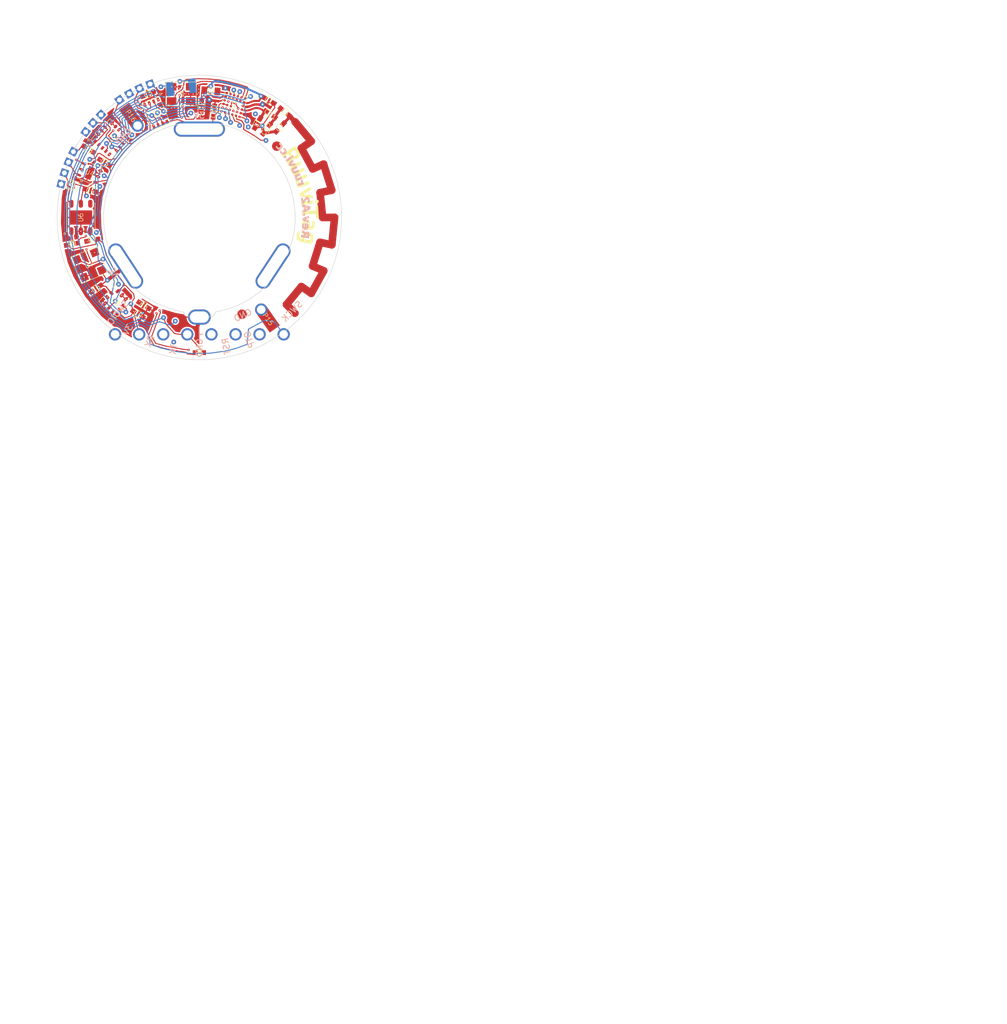
<source format=kicad_pcb>
(kicad_pcb (version 20221018) (generator pcbnew)
  (layers (0 "F.Cu" signal "Top") (1 "In1.Cu" signal "GND+Sig") (2 "In2.Cu" signal "VDD") (31 "B.Cu" signal "Bottom") (35 "F.Paste" user) (36 "B.SilkS" user "B.Silkscreen") (37 "F.SilkS" user "F.Silkscreen") (38 "B.Mask" user) (39 "F.Mask" user) (44 "Edge.Cuts" user))
  (net 0 "")
  (net 1 "GND")
  (net 2 "VDD")
  (net 3 "/OTP_6V8_VIN")
  (net 4 "/ANTENNA")
  (net 5 "Net-(L2-Pad1)")
  (net 6 "/SPI_SCK")
  (net 7 "/ACC_INT1")
  (net 8 "/SPI_ACC_CS")
  (net 9 "/SPI_FLASH_CS")
  (net 10 "/SPI_MISO")
  (net 11 "/SPI_MOSI")
  (net 12 "/ACC_INT2")
  (net 13 "/I2C_SCL")
  (net 14 "/I2C_SDA")
  (net 15 "/P1_5")
  (net 16 "/P1_4")
  (net 17 "/RST")
  (net 18 "Net-(U1-PadA1)")
  (net 19 "Net-(U1-PadB1)")
  (net 20 "Net-(U1-PadF5)")
  (net 21 "Net-(U1-PadF6)")
  (net 22 "Net-(U3-Pad2)")
  (net 23 "Net-(U3-Pad3)")
  (net 24 "/LED")
  (net 25 "Net-(U6-Pad3)")
  (net 26 "Net-(U6-Pad4)")
  (net 27 "Net-(C7-Pad1)")
  (net 28 "Net-(U8-Pad5)")
  (net 29 "/VDCDC")
  (net 30 "Net-(U1-PadB2)")
  (net 31 "Net-(U1-PadC2)")
  (net 32 "Net-(C11-Pad2)")
  (net 33 "Net-(P33-Pad1)")
  (net 34 "Net-(P13-Pad1)")
  (net 35 "Net-(P14-Pad1)")
  (net 36 "Net-(D1-Pad1)")
  (footprint "RuuviTag:05MM_PLATED_RECT_HOLE" (layer "F.Cu") (at 81.63 85.16 134)
    (fp_text reference "P1" hide)
    (fp_text value "SPI_SCK")
  )
  (footprint "RuuviTag:05MM_PLATED_RECT_HOLE" (layer "F.Cu") (at 86.81 81.93 110)
    (fp_text reference "P2" hide)
    (fp_text value "P0_1")
  )
  (footprint "RuuviTag:05MM_PLATED_RECT_HOLE" (layer "F.Cu") (at 85.68 82.39 115)
    (fp_text reference "P3" hide)
    (fp_text value "P0_2")
  )
  (footprint "RuuviTag:05MM_PLATED_RECT_HOLE" (layer "F.Cu") (at 84.6 82.95 120)
    (fp_text reference "P4" hide)
    (fp_text value "P0_3")
  )
  (footprint "RuuviTag:05MM_PLATED_RECT_HOLE" (layer "F.Cu") (at 80.01 86.98 144)
    (fp_text reference "P6" hide)
    (fp_text value "SPI_MISO")
  )
  (footprint "RuuviTag:05MM_PLATED_RECT_HOLE" (layer "F.Cu") (at 80.78 86.03 138)
    (fp_text reference "P7" hide)
    (fp_text value "SPI_MOSI")
  )
  (footprint "RuuviTag:05MM_PLATED_RECT_HOLE" (layer "F.Cu") (at 83.57 83.6 125)
    (fp_text reference "P8" hide)
    (fp_text value "P0_7")
  )
  (footprint "RuuviTag:05MM_PLATED_RECT_HOLE" (layer "F.Cu") (at 77.76 91.3 161)
    (fp_text reference "P9" hide)
    (fp_text value "I2C_SCL")
  )
  (footprint "RuuviTag:05MM_PLATED_RECT_HOLE" (layer "F.Cu") (at 78.2 90.17 156.6)
    (fp_text reference "P10" hide)
    (fp_text value "I2C_SDA")
  )
  (footprint "RuuviTag:09MM_PLATED_HOLE" (layer "F.Cu") (at 85.65 108.32 90)
    (fp_text reference "P18" hide)
    (fp_text value "EXTRNL_PWR_(DURING_FLASHING)")
  )
  (footprint "RuuviTag:09MM_PLATED_HOLE" (layer "F.Cu") (at 88.19 108.32 90)
    (fp_text reference "P20" hide)
    (fp_text value "UART_RX_(FLASHING)")
  )
  (footprint "RuuviTag:09MM_PLATED_HOLE" (layer "F.Cu") (at 93.27 108.32 90)
    (fp_text reference "P21" hide)
    (fp_text value "GND_(FLASHING)")
  )
  (footprint "RuuviTag:WIDE_PLATED_HOLE" (layer "F.Cu") (at 84.23 101.12 123.3)
    (fp_text reference "P27")
    (fp_text value "+BATT")
  )
  (footprint "RuuviTag:09MM_PLATED_HOLE" (layer "F.Cu") (at 85.48 86.31)
    (fp_text reference "P28" hide)
    (fp_text value "GND")
  )
  (footprint "RuuviTag:WIDE_PLATED_HOLE" (layer "F.Cu") (at 92 86.68)
    (fp_text reference "P32")
    (fp_text value "+BATT")
  )
  (footprint "RuuviTag:WIDE_PLATED_HOLE" (layer "F.Cu") (at 99.77 101.12 -123.4)
    (fp_text reference "P33")
    (fp_text value "+BATT")
  )
  (footprint "RuuviTag:09MM_PLATED_HOLE" (layer "F.Cu") (at 98.52 105.71 90)
    (fp_text reference "P34" hide)
    (fp_text value "GND")
  )
  (footprint "RuuviTag:WLCSP34" (layer "F.Cu") (at 95.57 84.13 -107)
    (fp_text reference "U1")
    (fp_text value "DA1458X_WLCSP34")
  )
  (footprint "RuuviTag:USON8_2X3MM" (layer "F.Cu") (at 87.43 85.01 -67.8)
    (fp_text reference "U2")
    (fp_text value "GENERIC_DATAFLASH")
  )
  (footprint "RuuviTag:LGA16_3X3MM" (layer "F.Cu") (at 82.65 87.71 47.7)
    (fp_text reference "U3")
    (fp_text value "LIS331DLH")
  )
  (footprint "RuuviTag:DFN6_3X3MM" (layer "F.Cu") (at 79.5 96 90)
    (fp_text reference "U6")
    (fp_text value "Si7006")
  )
  (footprint "RuuviTag:09MM_PLATED_HOLE" (layer "F.Cu") (at 90.73 108.32 90)
    (fp_text reference "P19" hide)
    (fp_text value "UART_TX_(FLASHING)")
  )
  (footprint "RuuviTag:MS5637" (layer "F.Cu") (at 80.4 101 -157.8)
    (fp_text reference "U7")
    (fp_text value "MS5637")
  )
  (footprint "RuuviTag:USON6_2X2MM_WITHTHRMLPAD" (layer "F.Cu") (at 80.44 91.31 156.6)
    (fp_text reference "U4")
    (fp_text value "OPT3001")
  )
  (footprint "RuuviTag:UVIS25" (layer "F.Cu") (at 83.15 104.85 -45.6)
    (fp_text reference "U8")
    (fp_text value "UVIS25")
  )
  (footprint "RuuviTag:0402_GENERAL" (layer "F.Cu") (at 99.34 83.67 -30)
    (fp_text reference "C1")
    (fp_text value "1u")
  )
  (footprint "RuuviTag:0402_GENERAL" (layer "F.Cu") (at 92.22 84.23 -93)
    (fp_text reference "C2")
    (fp_text value "1u")
  )
  (footprint "RuuviTag:0402_GENERAL" (layer "F.Cu") (at 86.59 82.99 22.2)
    (fp_text reference "C3")
    (fp_text value "1u")
  )
  (footprint "RuuviTag:0402_GENERAL" (layer "F.Cu") (at 82.01 90.21 148)
    (fp_text reference "C5")
    (fp_text value "1u")
  )
  (footprint "RuuviTag:0402_GENERAL" (layer "F.Cu") (at 81.1 103.5 -145)
    (fp_text reference "C6")
    (fp_text value "1u")
  )
  (footprint "RuuviTag:0402_GENERAL" (layer "F.Cu") (at 100.5 86.51 -133)
    (fp_text reference "C7")
    (fp_text value "NA")
  )
  (footprint "RuuviTag:0402_GENERAL" (layer "F.Cu") (at 80.32 88.81 -32)
    (fp_text reference "C8")
    (fp_text value "1u")
  )
  (footprint "RuuviTag:0402_GENERAL" (layer "F.Cu") (at 85.52 106.19 -32)
    (fp_text reference "C9")
    (fp_text value "1u")
  )
  (footprint "RuuviTag:0402_GENERAL" (layer "F.Cu") (at 93.53 84.83 83)
    (fp_text reference "C10")
    (fp_text value "1u")
  )
  (footprint "RuuviTag:0402_GENERAL" (layer "F.Cu") (at 98.14 86.05 60)
    (fp_text reference "L1")
    (fp_text value "NA")
  )
  (footprint "RuuviTag:0402_GENERAL" (layer "F.Cu") (at 101.02 84.87 -40)
    (fp_text reference "L3")
    (fp_text value "0_ohm_resistor")
  )
  (footprint "RuuviTag:0402_GENERAL" (layer "F.Cu") (at 86.15 105.26 -32)
    (fp_text reference "R6")
    (fp_text value "470")
  )
  (footprint "RuuviTag:0402_GENERAL" (layer "F.Cu") (at 80.71 98.39 11.1)
    (fp_text reference "R7")
    (fp_text value "10k")
  )
  (footprint "RuuviTag:0402_GENERAL" (layer "F.Cu") (at 78.56 98.81 11.1)
    (fp_text reference "R8")
    (fp_text value "10k")
  )
  (footprint "RuuviTag:0402_LED" (layer "F.Cu") (at 92 110.25)
    (fp_text reference "D1")
    (fp_text value "LED")
  )
  (footprint "RuuviTag:09MM_PLATED_HOLE" (layer "F.Cu") (at 98.35 108.32 90)
    (fp_text reference "P22" hide)
    (fp_text value "OTP_6V8_(FLASHING)")
  )
  (footprint "RuuviTag:09MM_PLATED_HOLE" (layer "F.Cu") (at 95.82 108.32 90)
    (fp_text reference "P25" hide)
    (fp_text value "RST_(FLASHING)")
  )
  (footprint "RuuviTag:0402_GENERAL" (layer "F.Cu") (at 80.52 93.14 -15)
    (fp_text reference "C4")
    (fp_text value "1u")
  )
  (footprint "RuuviTag:WLCSP4" (layer "F.Cu") (at 78.61 92.61 -105)
    (fp_text reference "U5")
    (fp_text value "AT30TS74_WLCSP")
  )
  (footprint "RuuviTag:09MM_PLATED_HOLE" (layer "F.Cu") (at 83.11 108.32 90)
    (fp_text reference "P23" hide)
    (fp_text value "SWDIO")
  )
  (footprint "RuuviTag:09MM_PLATED_HOLE" (layer "F.Cu") (at 100.89 108.32 90)
    (fp_text reference "P24" hide)
    (fp_text value "SWD_CLK")
  )
  (footprint "RuuviTag:05MM_PLATED_RECT_HOLE" (layer "F.Cu") (at 78.71 89.06 152)
    (fp_text reference "P11" hide)
    (fp_text value "I2C_VDD")
  )
  (footprint "RuuviTag:05MM_PLATED_RECT_HOLE" (layer "F.Cu") (at 77.42 92.47 166)
    (fp_text reference "P12" hide)
    (fp_text value "I2C_GND")
  )
  (footprint "RuuviTag:0402_GENERAL" (layer "F.Cu") (at 99.48 85.11 -35)
    (fp_text reference "C11")
    (fp_text value "0_ohm_resistor")
  )
  (footprint "RuuviTag:0402_GENERAL" (layer "F.Cu") (at 99.09 86.69 -127)
    (fp_text reference "C12")
    (fp_text value "NA")
  )
  (footprint "RuuviTag:32X25MM_4PIN_CRYSTAL" (layer "F.Cu") (at 90.08 82.97)
    (fp_text reference "Y1")
    (fp_text value "16M")
  )
  (footprint "RuuviTag:0603_GENERAL" (layer "F.Cu") (at 93.21 82.65 175)
    (fp_text reference "L2")
    (fp_text value "2u2")
  )
  (footprint "RuuviTag:WIDE_PLATED_HOLE2" (layer "F.Cu") (at 92 106.5)
    (fp_text reference "P5")
    (fp_text value "ENERGY_HARVESTER_GND")
  )
  (footprint "RuuviTag:HIDDEN" (layer "F.Cu") (at 92 96)
    (fp_text reference "REF**" hide)
    (fp_text value "HIDDEN" hide)
  )
  (footprint "RuuviTag:FIDUCIAL_1MM" (layer "F.Cu") (at 96.5 106.2)
    (fp_text reference "P13" hide)
    (fp_text value "FIDUCIAL")
  )
  (footprint "RuuviTag:FIDUCIAL_1MM" (layer "F.Cu") (at 100.16 88.48)
    (fp_text reference "P14" hide)
    (fp_text value "FIDUCIAL")
  )
  (footprint "RuuviTag:RUUVITAG_CURVED_SILK" (layer "F.Cu") (at 102.61 93.6 -1.5)
    (fp_text reference "G***" hide)
    (fp_text value "RUUVITAG_CURVED_SILK" hide)
  )
  (footprint "RuuviTag:RECT_PAD_13X25MM" (layer "F.Cu") (at 99.24 106.73 125)
    (fp_text reference "P15")
    (fp_text value "GND")
  )
  (footprint "RuuviTag:RECT_PAD_13X25MM" (layer "F.Cu") (at 84.77 85.29 125)
    (fp_text reference "P16")
    (fp_text value "GND")
  )
  (footprint "RuuviTag:WIDE_MECHANICAL_HOLE" (layer "F.Cu") (at 101.53 102.27 -123.4)
    (fp_text reference "P17")
    (fp_text value "BATTERY_TIGHTENER_HOLE")
  )
  (footprint "RuuviTag:32X15MM_2PIN_CRYSTAL" (layer "B.Cu") (at 90.09 82.28 8)
    (fp_text reference "Y2")
    (fp_text value "32K")
  )
  (footprint "RuuviTag:REVA2_RUUVICC_CURVED_SILK" (layer "B.Cu") (at 101.88 93.27 39)
    (fp_text reference "G***" hide)
    (fp_text value "REVA2_RUUVICC_CURVED_SILK" hide)
  )
  (gr_line (start 92.01 108.41) (end 92.05 108.34) (stroke (width 0.1)) (layer "B.SilkS"))
  (gr_line (start 92.15 108.3) (end 92.2 108.3) (stroke (width 0.1)) (layer "B.SilkS"))
  (gr_line (start 92.08 108.32) (end 92.15 108.3) (stroke (width 0.1)) (layer "B.SilkS"))
  (gr_line (start 92.05 108.34) (end 92.08 108.32) (stroke (width 0.1)) (layer "B.SilkS"))
  (gr_line (start 92.2 108.3) (end 92.37 108.3) (stroke (width 0.1)) (layer "B.SilkS"))
  (gr_line (start 92 108.48) (end 92.01 108.41) (stroke (width 0.1)) (layer "B.SilkS"))
  (gr_line (start 92 108.65) (end 92 107.55) (stroke (width 0.1)) (layer "B.SilkS"))
  (gr_line (start 82.9 91.6) (end 82.6 92.3) (stroke (width 0.05)) (layer "Edge.Cuts"))
  (gr_line (start 95.7 86.6) (end 94.8 86.3) (stroke (width 0.05)) (layer "Edge.Cuts"))
  (gr_line (start 82 94.6) (end 81.9 95.6) (stroke (width 0.05)) (layer "Edge.Cuts"))
  (gr_line (start 86.7 104.6) (end 87.6 105.1) (stroke (width 0.05)) (layer "Edge.Cuts"))
  (gr_line (start 85.8 104) (end 86.7 104.6) (stroke (width 0.05)) (layer "Edge.Cuts"))
  (gr_line (start 90.26 105.96) (end 90.3 105.98) (stroke (width 0.05)) (layer "Edge.Cuts"))
  (gr_line (start 82.2 98.5) (end 82.6 99.7) (stroke (width 0.05)) (layer "Edge.Cuts"))
  (gr_line (start 101.7 98.8) (end 102 97.5) (stroke (width 0.05)) (layer "Edge.Cuts"))
  (gr_line (start 102.1 96.5) (end 102.1 95.6) (stroke (width 0.05)) (layer "Edge.Cuts"))
  (gr_line (start 90.46 106.3) (end 90.52 106.36) (stroke (width 0.05)) (layer "Edge.Cuts"))
  (gr_line (start 90.52 106.36) (end 90.6 106.4) (stroke (width 0.05)) (layer "Edge.Cuts"))
  (gr_line (start 90.37 106.1) (end 90.39 106.17) (stroke (width 0.05)) (layer "Edge.Cuts"))
  (gr_line (start 83.1 91.2) (end 82.9 91.6) (stroke (width 0.05)) (layer "Edge.Cuts"))
  (gr_line (start 99.1 88.8) (end 98.3 88.1) (stroke (width 0.05)) (layer "Edge.Cuts"))
  (gr_line (start 98.3 88.1) (end 97.3 87.4) (stroke (width 0.05)) (layer "Edge.Cuts"))
  (gr_line (start 82.7 99.95) (end 84.55 100.91) (stroke (width 0.05)) (layer "Edge.Cuts"))
  (gr_line (start 84.1 89.7) (end 83.6 90.4) (stroke (width 0.05)) (layer "Edge.Cuts"))
  (gr_line (start 82.6 92.3) (end 82.3 93.2) (stroke (width 0.05)) (layer "Edge.Cuts"))
  (gr_line (start 84.55 100.91) (end 84.85 103.15) (stroke (width 0.05)) (layer "Edge.Cuts"))
  (gr_line (start 94.8 86.3) (end 94 86.1) (stroke (width 0.05)) (layer "Edge.Cuts"))
  (gr_line (start 96.4 86.9) (end 95.7 86.6) (stroke (width 0.05)) (layer "Edge.Cuts"))
  (gr_line (start 97.3 104.6) (end 98.3 103.9) (stroke (width 0.05)) (layer "Edge.Cuts"))
  (gr_line (start 82 97.4) (end 82.2 98.5) (stroke (width 0.05)) (layer "Edge.Cuts"))
  (gr_line (start 90.6 106.4) (end 90.64 106.41) (stroke (width 0.05)) (layer "Edge.Cuts"))
  (gr_line (start 90.3 105.98) (end 90.34 106.02) (stroke (width 0.05)) (layer "Edge.Cuts"))
  (gr_line (start 88.9 105.6) (end 90 105.9) (stroke (width 0.05)) (layer "Edge.Cuts"))
  (gr_line (start 101.4 99.7) (end 101.7 98.8) (stroke (width 0.05)) (layer "Edge.Cuts"))
  (gr_line (start 89.2 86.3) (end 88.3 86.6) (stroke (width 0.05)) (layer "Edge.Cuts"))
  (gr_line (start 101.4 99.7) (end 101.25 100) (stroke (width 0.05)) (layer "Edge.Cuts"))
  (gr_line (start 102.1 95.6) (end 102 94.5) (stroke (width 0.05)) (layer "Edge.Cuts"))
  (gr_line (start 93.75 105.96) (end 94 105.9) (stroke (width 0.05)) (layer "Edge.Cuts"))
  (gr_line (start 90 86.1) (end 89.2 86.3) (stroke (width 0.05)) (layer "Edge.Cuts"))
  (gr_line (start 94.8 105.7) (end 96 105.3) (stroke (width 0.05)) (layer "Edge.Cuts"))
  (gr_line (start 93.62 106.14) (end 93.57 106.26) (stroke (width 0.05)) (layer "Edge.Cuts"))
  (gr_line (start 102 97.5) (end 102.1 96.5) (stroke (width 0.05)) (layer "Edge.Cuts"))
  (gr_line (start 81.9 95.6) (end 81.9 96.4) (stroke (width 0.05)) (layer "Edge.Cuts"))
  (gr_line (start 92 87.07) (end 94 86.1) (stroke (width 0.05)) (layer "Edge.Cuts"))
  (gr_line (start 93.65 106.04) (end 93.69 106) (stroke (width 0.05)) (layer "Edge.Cuts"))
  (gr_line (start 83.6 90.4) (end 83.1 91.2) (stroke (width 0.05)) (layer "Edge.Cuts"))
  (gr_line (start 90.39 106.17) (end 90.42 106.24) (stroke (width 0.05)) (layer "Edge.Cuts"))
  (gr_line (start 99.9 89.7) (end 99.1 88.8) (stroke (width 0.05)) (layer "Edge.Cuts"))
  (gr_line (start 99.15 103.15) (end 99.42 100.97) (stroke (width 0.05)) (layer "Edge.Cuts"))
  (gr_line (start 93.57 106.26) (end 93.51 106.34) (stroke (width 0.05)) (layer "Edge.Cuts"))
  (gr_line (start 84.85 103.15) (end 85 103.3) (stroke (width 0.05)) (layer "Edge.Cuts"))
  (gr_line (start 90.42 106.24) (end 90.46 106.3) (stroke (width 0.05)) (layer "Edge.Cuts"))
  (gr_line (start 97.3 87.4) (end 96.4 86.9) (stroke (width 0.05)) (layer "Edge.Cuts"))
  (gr_line (start 85 103.3) (end 85.8 104) (stroke (width 0.05)) (layer "Edge.Cuts"))
  (gr_line (start 93.43 106.39) (end 93.35 106.41) (stroke (width 0.05)) (layer "Edge.Cuts"))
  (gr_line (start 90.36 106.06) (end 90.37 106.1) (stroke (width 0.05)) (layer "Edge.Cuts"))
  (gr_line (start 101.7 93.1) (end 101.2 91.8) (stroke (width 0.05)) (layer "Edge.Cuts"))
  (gr_line (start 93.62 106.12) (end 93.65 106.04) (stroke (width 0.05)) (layer "Edge.Cuts"))
  (gr_line (start 94 105.9) (end 94.8 105.7) (stroke (width 0.05)) (layer "Edge.Cuts"))
  (gr_line (start 102 94.5) (end 101.7 93.1) (stroke (width 0.05)) (layer "Edge.Cuts"))
  (gr_line (start 101.2 91.8) (end 100.6 90.7) (stroke (width 0.05)) (layer "Edge.Cuts"))
  (gr_line (start 93.69 106) (end 93.75 105.96) (stroke (width 0.05)) (layer "Edge.Cuts"))
  (gr_line (start 90 105.9) (end 90.26 105.96) (stroke (width 0.05)) (layer "Edge.Cuts"))
  (gr_circle (center 92 96) (end 107 96) (stroke (width 0.05)) (fill none) (layer "Edge.Cuts"))
  (gr_line (start 93 106.46) (end 93.35 106.41) (stroke (width 0.05)) (layer "Edge.Cuts"))
  (gr_line (start 100.6 90.7) (end 99.9 89.7) (stroke (width 0.05)) (layer "Edge.Cuts"))
  (gr_line (start 99.42 100.97) (end 101.25 100) (stroke (width 0.05)) (layer "Edge.Cuts"))
  (gr_line (start 82.1 94) (end 82 94.6) (stroke (width 0.05)) (layer "Edge.Cuts"))
  (gr_line (start 87.2 87.1) (end 86.4 87.6) (stroke (width 0.05)) (layer "Edge.Cuts"))
  (gr_line (start 96 105.3) (end 97.3 104.6) (stroke (width 0.05)) (layer "Edge.Cuts"))
  (gr_line (start 90.34 106.02) (end 90.36 106.06) (stroke (width 0.05)) (layer "Edge.Cuts"))
  (gr_line (start 91 106.46) (end 93 106.46) (stroke (width 0.05)) (layer "Edge.Cuts"))
  (gr_line (start 84.9 88.8) (end 84.1 89.7) (stroke (width 0.05)) (layer "Edge.Cuts"))
  (gr_line (start 81.9 96.4) (end 82 97.4) (stroke (width 0.05)) (layer "Edge.Cuts"))
  (gr_line (start 87.6 105.1) (end 88.9 105.6) (stroke (width 0.05)) (layer "Edge.Cuts"))
  (gr_line (start 99.15 103.15) (end 98.3 103.9) (stroke (width 0.05)) (layer "Edge.Cuts"))
  (gr_line (start 90.64 106.41) (end 91 106.46) (stroke (width 0.05)) (layer "Edge.Cuts"))
  (gr_line (start 93.51 106.34) (end 93.43 106.39) (stroke (width 0.05)) (layer "Edge.Cuts"))
  (gr_line (start 82.6 99.7) (end 82.7 99.95) (stroke (width 0.05)) (layer "Edge.Cuts"))
  (gr_line (start 86.4 87.6) (end 85.7 88.1) (stroke (width 0.05)) (layer "Edge.Cuts"))
  (gr_line (start 82.3 93.2) (end 82.1 94) (stroke (width 0.05)) (layer "Edge.Cuts"))
  (gr_line (start 90 86.1) (end 92 87.07) (stroke (width 0.05)) (layer "Edge.Cuts"))
  (gr_line (start 85.7 88.1) (end 84.9 88.8) (stroke (width 0.05)) (layer "Edge.Cuts"))
  (gr_line (start 88.3 86.6) (end 87.2 87.1) (stroke (width 0.05)) (layer "Edge.Cuts"))
  (gr_text "OTP" (at 97.29 108.88 110) (layer "B.SilkS") (effects (font (size 0.65 0.65) (thickness 0.1)) (justify mirror)))
  (gr_text "RX" (at 86.76 109.03 70) (layer "B.SilkS") (effects (font (size 0.65 0.65) (thickness 0.1)) (justify mirror)))
  (gr_text "GND" (at 92.01 109.74 90) (layer "B.SilkS") (effects (font (size 0.65 0.65) (thickness 0.1)) (justify mirror)))
  (gr_text "3V" (at 91.98 85.23) (layer "B.SilkS") (effects (font (size 0.65 0.65) (thickness 0.1)) (justify mirror)))
  (gr_text "GND" (at 84.02 87.42 43) (layer "B.SilkS") (effects (font (size 0.65 0.65) (thickness 0.1)) (justify mirror)))
  (gr_text "RST" (at 94.85 109.57 100) (layer "B.SilkS") (effects (font (size 0.65 0.65) (thickness 0.1)) (justify mirror)))
  (gr_text "SWCK" (at 101.77 105.9 45) (layer "B.SilkS") (effects (font (size 0.65 0.65) (thickness 0.1)) (justify mirror)))
  (gr_text "GND" (at 96.59 106.31 25) (layer "B.SilkS") (effects (font (size 0.65 0.65) (thickness 0.1)) (justify mirror)))
  (gr_text "3V" (at 83 101.81 124) (layer "B.SilkS") (effects (font (size 0.65 0.65) (thickness 0.1)) (justify mirror)))
  (gr_text "SWDIO" (at 83.42 106.04 52) (layer "B.SilkS") (effects (font (size 0.65 0.65) (thickness 0.1)) (justify mirror)))
  (gr_text "TX" (at 89.25 109.87 80) (layer "B.SilkS") (effects (font (size 0.65 0.65) (thickness 0.1)) (justify mirror)))
  (gr_text "3V" (at 84.47 107.84 60) (layer "B.SilkS") (effects (font (size 0.65 0.65) (thickness 0.1)) (justify mirror)))
  (segment (start 96.82 84.34) (end 96.584779 84.231111) (width 0.2) (layer "F.Cu") (net 1))
  (segment (start 96.82 84.34) (end 97.03 84.35) (width 0.2) (layer "F.Cu") (net 1))
  (segment (start 97.03 84.35) (end 97.3 84.29) (width 0.2) (layer "F.Cu") (net 1))
  (segment (start 97.3 84.29) (end 97.58 84.18) (width 0.2) (layer "F.Cu") (net 1))
  (segment (start 97.58 84.18) (end 97.83 84.1) (width 0.2) (layer "F.Cu") (net 1))
  (segment (start 97.83 84.1) (end 98.15 84.08) (width 0.2) (layer "F.Cu") (net 1))
  (segment (start 98.15 84.08) (end 98.46 84.17) (width 0.2) (layer "F.Cu") (net 1))
  (segment (start 98.46 84.17) (end 98.66 84.08) (width 0.2) (layer "F.Cu") (net 1))
  (segment (start 95.437213 83.880265) (end 95.819735 83.997213) (width 0.1) (layer "F.Cu") (net 1))
  (segment (start 95.437213 83.880265) (end 95.320265 84.262787) (width 0.1) (layer "F.Cu") (net 1))
  (segment (start 98.63 86.34) (end 98.759002 87.12925) (width 0.3) (layer "F.Cu") (net 1))
  (segment (start 97.865 86.526314) (end 98.63 86.34) (width 0.3) (layer "F.Cu") (net 1))
  (segment (start 94.44 83.58) (end 94.67217 83.646367) (width 0.1) (layer "F.Cu") (net 1))
  (segment (start 94.44 83.58) (end 94.28 83.72) (width 0.1) (layer "F.Cu") (net 1))
  (segment (start 94.28 83.72) (end 93.710173 83.642296) (width 0.1) (layer "F.Cu") (net 1))
  (segment (start 99.666314 83.845) (end 98.66 84.08) (width 0.1) (layer "F.Cu") (net 1))
  (segment (start 95.288589 82.998272) (end 95.18 82.65) (width 0.1) (layer "F.Cu") (net 1))
  (segment (start 95.18 82.65) (end 94.93 82.52) (width 0.1) (layer "F.Cu") (net 1))
  (segment (start 94.93 82.52) (end 94.74 82.36) (width 0.1) (layer "F.Cu") (net 1))
  (segment (start 81.311867 91.68729) (end 80.44 91.31) (width 0.1) (layer "F.Cu") (net 1))
  (segment (start 86.616426 105.551456) (end 85.986426 106.481456) (width 0.1) (layer "F.Cu") (net 1))
  (segment (start 98.759002 87.12925) (end 100.124901 86.912245) (width 0.3) (layer "F.Cu") (net 1))
  (segment (start 92 106.5) (end 91.82 107.43) (width 0.4) (layer "F.Cu") (net 1))
  (segment (start 91.82 107.43) (end 91.78 108.86) (width 0.4) (layer "F.Cu") (net 1))
  (segment (start 93.05 83.59) (end 93.4 83.6) (width 0.1) (layer "F.Cu") (net 1))
  (segment (start 89.43 82.23) (end 89.08 82.22) (width 0.1) (layer "F.Cu") (net 1))
  (segment (start 93.597028 84.2841) (end 93.710173 83.642296) (width 0.1) (layer "F.Cu") (net 1))
  (segment (start 93.4 83.6) (end 93.710173 83.642296) (width 0.1) (layer "F.Cu") (net 1))
  (segment (start 92.191215 84.779246) (end 91.12 83.73) (width 0.2) (layer "F.Cu") (net 1))
  (segment (start 91.08 83.72) (end 91.12 83.73) (width 0.1) (layer "F.Cu") (net 1))
  (segment (start 92.191215 84.779246) (end 92.73 84.17) (width 0.2) (layer "F.Cu") (net 1))
  (segment (start 92.73 84.17) (end 92.77 83.68) (width 0.2) (layer "F.Cu") (net 1))
  (segment (start 92.77 83.68) (end 93.05 83.59) (width 0.2) (layer "F.Cu") (net 1))
  (segment (start 98.63 86.34) (end 99.63 84.88) (width 0.1) (layer "F.Cu") (net 1))
  (segment (start 99.63 84.88) (end 99.96 84.4) (width 0.1) (layer "F.Cu") (net 1))
  (segment (start 99.96 84.4) (end 99.816314 83.945) (width 0.1) (layer "F.Cu") (net 1))
  (segment (start 96.350882 84.996155) (end 96.78 85.14) (width 0.2) (layer "F.Cu") (net 1))
  (segment (start 96.78 85.14) (end 97.1 85.16) (width 0.2) (layer "F.Cu") (net 1))
  (segment (start 97.1 85.16) (end 97.42 85.36) (width 0.2) (layer "F.Cu") (net 1))
  (segment (start 97.42 85.36) (end 97.67 85.58) (width 0.2) (layer "F.Cu") (net 1))
  (segment (start 97.67 85.58) (end 97.865 86.526314) (width 0.2) (layer "F.Cu") (net 1))
  (segment (start 95.819735 83.997213) (end 96.085309 84.496684) (width 0.1) (layer "F.Cu") (net 1))
  (segment (start 83.155101 86.411973) (end 82.785285 86.075467) (width 0.1) (layer "F.Cu") (net 1))
  (segment (start 87.099229 82.782188) (end 86.84 83.37) (width 0.1) (layer "F.Cu") (net 1))
  (segment (start 86.84 83.37) (end 86.79 83.44) (width 0.1) (layer "F.Cu") (net 1))
  (segment (start 86.79 83.44) (end 86.29 83.64) (width 0.1) (layer "F.Cu") (net 1))
  (segment (start 86.29 83.64) (end 86.19 83.79) (width 0.1) (layer "F.Cu") (net 1))
  (segment (start 86.19 83.79) (end 86.263296 84.136042) (width 0.1) (layer "F.Cu") (net 1))
  (segment (start 89.08 82.22) (end 88.07 82.92) (width 0.3) (layer "F.Cu") (net 1))
  (segment (start 88.21 84.18) (end 88.69 84.52) (width 0.1) (layer "F.Cu") (net 1))
  (segment (start 89.05 84.47) (end 89.39 84.44) (width 0.1) (layer "F.Cu") (net 1))
  (segment (start 91.78 83) (end 91.77 82.99) (width 0.15) (layer "F.Cu") (net 1))
  (segment (start 91.77 82.99) (end 91.34 82.99) (width 0.15) (layer "F.Cu") (net 1))
  (segment (start 90.86 82.98) (end 90.85 82.97) (width 0.15) (layer "F.Cu") (net 1))
  (segment (start 90.85 82.97) (end 90.45 82.97) (width 0.15) (layer "F.Cu") (net 1))
  (segment (start 91.9 82.85) (end 91.93 82.82) (width 0.1) (layer "F.Cu") (net 1))
  (segment (start 91.93 82.82) (end 91.93 82.48) (width 0.1) (layer "F.Cu") (net 1))
  (via micro (at 82.785285 86.075467) (size 0.25) (drill 0.1) (layers "F.Cu" "In1.Cu") (net 1))
  (via micro (at 86.263296 84.136042) (size 0.25) (drill 0.1) (layers "F.Cu" "In1.Cu") (net 1))
  (via (at 94.74 82.36) (size 0.5) (drill 0.2) (layers "F.Cu" "B.Cu") (net 1))
  (via micro (at 82.514715 89.344533) (size 0.25) (drill 0.1) (layers "F.Cu" "In1.Cu") (net 1))
  (via micro (at 91.9 82.85) (size 0.25) (drill 0.1) (layers "F.Cu" "In1.Cu") (net 1))
  (via micro (at 79.85197 102.303711) (size 0.25) (drill 0.1) (layers "F.Cu" "In1.Cu") (net 1))
  (via micro (at 83.894732 87.084986) (size 0.25) (drill 0.1) (layers "F.Cu" "In1.Cu") (net 1))
  (via micro (at 84.230685 104.631495) (size 0.25) (drill 0.1) (layers "F.Cu" "In1.Cu") (net 1))
  (via micro (at 80.649466 103.815467) (size 0.25) (drill 0.1) (layers "F.Cu" "In1.Cu") (net 1))
  (via micro (at 88.07 82.92) (size 0.25) (drill 0.1) (layers "F.Cu" "In1.Cu") (net 1))
  (via micro (at 82.069315 105.068505) (size 0.25) (drill 0.1) (layers "F.Cu" "In1.Cu") (net 1))
  (via micro (at 89.39 84.44) (size 0.25) (drill 0.1) (layers "F.Cu" "In1.Cu") (net 1))
  (via (at 98.66 84.08) (size 0.5) (drill 0.2) (layers "F.Cu" "B.Cu") (net 1))
  (via micro (at 81.351973 87.204899) (size 0.25) (drill 0.1) (layers "F.Cu" "In1.Cu") (net 1))
  (via micro (at 81.570013 91.09075) (size 0.25) (drill 0.1) (layers "F.Cu" "In1.Cu") (net 1))
  (via micro (at 91.34 82.99) (size 0.25) (drill 0.1) (layers "F.Cu" "In1.Cu") (net 1))
  (via micro (at 78.751421 92.854949) (size 0.25) (drill 0.1) (layers "F.Cu" "In1.Cu") (net 1))
  (via micro (at 91.93 82.48) (size 0.25) (drill 0.1) (layers "F.Cu" "In1.Cu") (net 1))
  (via micro (at 83.810887 104.202811) (size 0.25) (drill 0.1) (layers "F.Cu" "In1.Cu") (net 1))
  (via micro (at 79.5 96) (size 0.25) (drill 0.1) (layers "F.Cu" "In1.Cu") (net 1))
  (via micro (at 88.69 84.52) (size 0.25) (drill 0.1) (layers "F.Cu" "In1.Cu") (net 1))
  (via micro (at 80.786426 89.101456) (size 0.25) (drill 0.1) (layers "F.Cu" "In1.Cu") (net 1))
  (via micro (at 91.12 83.73) (size 0.25) (drill 0.1) (layers "F.Cu" "In1.Cu") (net 1))
  (via micro (at 91.93 82.07) (size 0.25) (drill 0.1) (layers "F.Cu" "In1.Cu") (net 1))
  (via micro (at 90.86 82.98) (size 0.25) (drill 0.1) (layers "F.Cu" "In1.Cu") (net 1))
  (via micro (at 89.08 82.22) (size 0.25) (drill 0.1) (layers "F.Cu" "In1.Cu") (net 1))
  (via micro (at 81.543574 89.918544) (size 0.25) (drill 0.1) (layers "F.Cu" "In1.Cu") (net 1))
  (via micro (at 91.78 83) (size 0.25) (drill 0.1) (layers "F.Cu" "In1.Cu") (net 1))
  (via micro (at 96.085309 84.496684) (size 0.25) (drill 0.1) (layers "F.Cu" "In1.Cu") (net 1))
  (via (at 98.63 86.34) (size 0.5) (drill 0.2) (layers "F.Cu" "B.Cu") (net 1))
  (via micro (at 90.45 82.97) (size 0.25) (drill 0.1) (layers "F.Cu" "In1.Cu") (net 1))
  (via micro (at 96.584779 84.231111) (size 0.25) (drill 0.1) (layers "F.Cu" "In1.Cu") (net 1))
  (via micro (at 85.986426 106.481456) (size 0.25) (drill 0.1) (layers "F.Cu" "In1.Cu") (net 1))
  (via micro (at 89.05 84.47) (size 0.25) (drill 0.1) (layers "F.Cu" "In1.Cu") (net 1))
  (via micro (at 88.21 84.18) (size 0.25) (drill 0.1) (layers "F.Cu" "In1.Cu") (net 1))
  (via micro (at 79.5 97.45) (size 0.25) (drill 0.1) (layers "F.Cu" "In1.Cu") (net 1))
  (via (at 93.05 83.59) (size 0.5) (drill 0.2) (layers "F.Cu" "B.Cu") (net 1))
  (via micro (at 81.311867 91.68729) (size 0.25) (drill 0.1) (layers "F.Cu" "In1.Cu") (net 1))
  (via micro (at 89.43 82.23) (size 0.25) (drill 0.1) (layers "F.Cu" "In1.Cu") (net 1))
  (segment (start 94.937743 84.145838) (end 94.555221 84.028889) (width 0.1) (layer "F.Cu") (net 2))
  (segment (start 82.024986 86.465268) (end 82.31 86.73) (width 0.1) (layer "F.Cu") (net 2))
  (segment (start 82.31 86.73) (end 81.980859 87.108162) (width 0.1) (layer "F.Cu") (net 2))
  (segment (start 81.37 87.81) (end 81.035453 87.998508) (width 0.1) (layer "F.Cu") (net 2))
  (segment (start 81.68848 86.835084) (end 81.980859 87.108162) (width 0.1) (layer "F.Cu") (net 2))
  (segment (start 81.980859 87.108162) (end 81.37 87.81) (width 0.1) (layer "F.Cu") (net 2))
  (segment (start 79.5 94.55) (end 79.6 93.77) (width 0.1) (layer "F.Cu") (net 2))
  (segment (start 79.6 93.77) (end 79.7 93.29) (width 0.1) (layer "F.Cu") (net 2))
  (segment (start 79.7 93.29) (end 79.72 93.2) (width 0.1) (layer "F.Cu") (net 2))
  (segment (start 79.72 93.2) (end 79.988741 92.99765) (width 0.1) (layer "F.Cu") (net 2))
  (segment (start 81.053721 92.283831) (end 79.988741 92.99765) (width 0.1) (layer "F.Cu") (net 2))
  (segment (start 78.854949 92.468579) (end 79.74 92.72) (width 0.1) (layer "F.Cu") (net 2))
  (segment (start 79.74 92.72) (end 79.988741 92.99765) (width 0.1) (layer "F.Cu") (net 2))
  (segment (start 86.8 86.85) (end 85.78 87.5) (width 0.1) (layer "F.Cu") (net 2))
  (segment (start 84.93 88.19) (end 85.78 87.5) (width 0.1) (layer "F.Cu") (net 2))
  (segment (start 84.93 88.19) (end 84.5 88.21) (width 0.1) (layer "F.Cu") (net 2))
  (segment (start 84.5 88.21) (end 83.78 87.59) (width 0.1) (layer "F.Cu") (net 2))
  (segment (start 83.78 87.59) (end 83.24 87.57) (width 0.1) (layer "F.Cu") (net 2))
  (segment (start 83.05 87.39) (end 83.24 87.57) (width 0.1) (layer "F.Cu") (net 2))
  (segment (start 79.988741 93.628741) (end 80.09 93.73) (width 0.1) (layer "F.Cu") (net 2))
  (segment (start 82.476426 90.501456) (end 83.1 90.37) (width 0.1) (layer "F.Cu") (net 2))
  (segment (start 83.1 90.37) (end 83.58 89.7) (width 0.1) (layer "F.Cu") (net 2))
  (segment (start 83.58 89.7) (end 84.22 88.92) (width 0.1) (layer "F.Cu") (net 2))
  (segment (start 84.22 88.92) (end 84.93 88.19) (width 0.1) (layer "F.Cu") (net 2))
  (segment (start 81.035453 87.998508) (end 80.7 88.42) (width 0.1) (layer "F.Cu") (net 2))
  (segment (start 80.7 88.42) (end 79.853574 88.518544) (width 0.1) (layer "F.Cu") (net 2))
  (segment (start 79.853574 88.518544) (end 79.48 88.62) (width 0.1) (layer "F.Cu") (net 2))
  (segment (start 79.48 88.62) (end 79.38 88.78) (width 0.1) (layer "F.Cu") (net 2))
  (segment (start 79.38 88.78) (end 79.32 88.86) (width 0.1) (layer "F.Cu") (net 2))
  (segment (start 79.32 88.86) (end 78.71 89.06) (width 0.1) (layer "F.Cu") (net 2))
  (segment (start 78.020289 98.915887) (end 78.66 99.33) (width 0.1) (layer "F.Cu") (net 2))
  (segment (start 78.66 99.33) (end 79.55 99.14) (width 0.1) (layer "F.Cu") (net 2))
  (segment (start 79.55 99.14) (end 81.06 98.83) (width 0.1) (layer "F.Cu") (net 2))
  (segment (start 81.06 98.83) (end 81.249711 98.284113) (width 0.1) (layer "F.Cu") (net 2))
  (segment (start 84.78 105.1) (end 85.053574 105.898544) (width 0.1) (layer "F.Cu") (net 2))
  (segment (start 82.27 102.63) (end 81.91 102.08) (width 0.1) (layer "F.Cu") (net 2))
  (segment (start 81.91 102.08) (end 81.703711 101.54803) (width 0.1) (layer "F.Cu") (net 2))
  (segment (start 78.86 92.47) (end 78.854949 92.468579) (width 0.1) (layer "F.Cu") (net 2))
  (segment (start 81.053721 92.283831) (end 82.27 92.06) (width 0.1) (layer "F.Cu") (net 2))
  (segment (start 82.27 92.06) (end 82.53 91.44) (width 0.1) (layer "F.Cu") (net 2))
  (segment (start 82.53 91.44) (end 82.66 91.16) (width 0.1) (layer "F.Cu") (net 2))
  (segment (start 82.66 91.16) (end 82.476426 90.501456) (width 0.1) (layer "F.Cu") (net 2))
  (segment (start 84.2 101.15) (end 82.27 102.63) (width 0.4) (layer "F.Cu") (net 2))
  (segment (start 82.18 99.95) (end 82.190968 99.970968) (width 0.1) (layer "F.Cu") (net 2))
  (segment (start 82.52 100.6) (end 82.95 101.41) (width 0.1) (layer "F.Cu") (net 2))
  (segment (start 82.95 101.41) (end 83.264559 101.890116) (width 0.1) (layer "F.Cu") (net 2))
  (segment (start 81.249711 98.284113) (end 81.82 98.66) (width 0.1) (layer "F.Cu") (net 2))
  (segment (start 81.82 98.66) (end 82.04 99.46) (width 0.1) (layer "F.Cu") (net 2))
  (segment (start 82.04 99.46) (end 82.190967 99.970965) (width 0.1) (layer "F.Cu") (net 2))
  (segment (start 82.190967 99.970965) (end 82.190968 99.970968) (width 0.1) (layer "F.Cu") (net 2))
  (segment (start 82.190968 99.970968) (end 82.52 100.6) (width 0.1) (layer "F.Cu") (net 2))
  (segment (start 86.8 86.85) (end 86.79 85.94) (width 0.1) (layer "F.Cu") (net 2))
  (segment (start 88.133769 86.072878) (end 88.596704 85.883958) (width 0.1) (layer "F.Cu") (net 2))
  (segment (start 89.95 85.74) (end 89.65 85.68) (width 0.1) (layer "F.Cu") (net 2))
  (segment (start 89.65 85.68) (end 89.05 85.82) (width 0.1) (layer "F.Cu") (net 2))
  (segment (start 89.05 85.82) (end 88.77 85.93) (width 0.1) (layer "F.Cu") (net 2))
  (segment (start 88.596704 85.883958) (end 88.77 85.93) (width 0.1) (layer "F.Cu") (net 2))
  (segment (start 82.717153 103.979214) (end 82.13 103.26) (width 0.1) (layer "F.Cu") (net 2))
  (segment (start 82.13 103.26) (end 81.550534 103.184533) (width 0.1) (layer "F.Cu") (net 2))
  (segment (start 85.65 108.32) (end 85.053574 105.898544) (width 0.1) (layer "F.Cu") (net 2))
  (segment (start 81.550534 103.184533) (end 82.27 102.63) (width 0.1) (layer "F.Cu") (net 2))
  (segment (start 83.264559 101.890116) (end 84.07 102.98) (width 0.1) (layer "F.Cu") (net 2))
  (segment (start 84.07 102.98) (end 84.07 103.146952) (width 0.1) (layer "F.Cu") (net 2))
  (segment (start 82.27 102.63) (end 84.23 101.12) (width 0.1) (layer "F.Cu") (net 2))
  (segment (start 83.582847 105.720786) (end 83.72 106.26) (width 0.1) (layer "F.Cu") (net 2))
  (segment (start 83.72 106.26) (end 84.16 106.6) (width 0.1) (layer "F.Cu") (net 2))
  (segment (start 84.16 106.6) (end 84.8 106.35) (width 0.1) (layer "F.Cu") (net 2))
  (segment (start 84.8 106.35) (end 85.053574 105.898544) (width 0.1) (layer "F.Cu") (net 2))
  (segment (start 84.07 103.146952) (end 84.24 103.18) (width 0.1) (layer "F.Cu") (net 2))
  (segment (start 84.24 103.18) (end 84.8 103.78) (width 0.1) (layer "F.Cu") (net 2))
  (segment (start 84.8 103.78) (end 85.08 104.06) (width 0.1) (layer "F.Cu") (net 2))
  (segment (start 85.08 104.06) (end 85.14 104.5) (width 0.1) (layer "F.Cu") (net 2))
  (segment (start 85.14 104.5) (end 84.78 105.1) (width 0.1) (layer "F.Cu") (net 2))
  (segment (start 83.391089 103.774128) (end 84.07 103.146952) (width 0.1) (layer "F.Cu") (net 2))
  (segment (start 84.07 103.146952) (end 84.07 102.98) (width 0.1) (layer "F.Cu") (net 2))
  (segment (start 84.07 102.98) (end 83.253812 101.875574) (width 0.1) (layer "F.Cu") (net 2))
  (segment (start 83.253812 101.875574) (end 82.29739 102.610579) (width 0.1) (layer "F.Cu") (net 2))
  (segment (start 81.550534 103.184533) (end 82.13 103.26) (width 0.1) (layer "F.Cu") (net 2))
  (segment (start 82.13 103.26) (end 82.717153 103.979214) (width 0.1) (layer "F.Cu") (net 2))
  (segment (start 86.79 85.94) (end 86.33 84.91) (width 0.1) (layer "F.Cu") (net 2))
  (segment (start 86.33 84.91) (end 86.46 84.66) (width 0.1) (layer "F.Cu") (net 2))
  (segment (start 86.46 84.66) (end 86.85 84.48) (width 0.1) (layer "F.Cu") (net 2))
  (segment (start 86.85 84.48) (end 86.87 84.29) (width 0.1) (layer "F.Cu") (net 2))
  (segment (start 86.87 84.29) (end 86.726231 83.947122) (width 0.1) (layer "F.Cu") (net 2))
  (segment (start 88.133769 86.072878) (end 87.91 85.57) (width 0.1) (layer "F.Cu") (net 2))
  (segment (start 87.91 85.57) (end 87.72 85.52) (width 0.1) (layer "F.Cu") (net 2))
  (segment (start 89.95 85.74) (end 90.25 85.87) (width 0.1) (layer "F.Cu") (net 2))
  (segment (start 90.25 85.87) (end 92 86.68) (width 0.1) (layer "F.Cu") (net 2))
  (segment (start 94.555221 84.028889) (end 94.25 83.98) (width 0.1) (layer "F.Cu") (net 2))
  (segment (start 94.25 83.98) (end 94.08 84.11) (width 0.1) (layer "F.Cu") (net 2))
  (segment (start 94.08 84.11) (end 93.98 84.85) (width 0.1) (layer "F.Cu") (net 2))
  (segment (start 93.98 84.85) (end 93.47 85.37) (width 0.1) (layer "F.Cu") (net 2))
  (segment (start 93.47 85.37) (end 93.462972 85.3759) (width 0.1) (layer "F.Cu") (net 2))
  (segment (start 93.462972 85.3759) (end 93.41 86) (width 0.1) (layer "F.Cu") (net 2))
  (segment (start 93.41 86) (end 92.14 86.76) (width 0.1) (layer "F.Cu") (net 2))
  (segment (start 92.14 86.76) (end 92 86.68) (width 0.1) (layer "F.Cu") (net 2))
  (segment (start 86.080771 83.197812) (end 85.53 83.44) (width 0.1) (layer "F.Cu") (net 2))
  (segment (start 85.53 83.44) (end 85.45 83.63) (width 0.1) (layer "F.Cu") (net 2))
  (segment (start 85.45 83.63) (end 85.53 83.79) (width 0.1) (layer "F.Cu") (net 2))
  (segment (start 86.77 84.01) (end 86.726231 83.947122) (width 0.1) (layer "F.Cu") (net 2))
  (segment (start 82.29739 102.610579) (end 81.550534 103.184533) (width 0.1) (layer "F.Cu") (net 2))
  (segment (start 79.988741 92.99765) (end 79.988741 93.628741) (width 0.1) (layer "F.Cu") (net 2))
  (via micro (at 78.854949 92.468579) (size 0.25) (drill 0.1) (layers "F.Cu" "In1.Cu") (net 2))
  (via micro (at 86.79 85.94) (size 0.25) (drill 0.1) (layers "F.Cu" "In1.Cu") (net 2))
  (via (at 84.78 105.1) (size 0.5) (drill 0.2) (layers "F.Cu" "B.Cu") (net 2))
  (via (at 83.05 87.39) (size 0.5) (drill 0.2) (layers "F.Cu" "B.Cu") (net 2))
  (via micro (at 87.72 85.52) (size 0.25) (drill 0.1) (layers "F.Cu" "In1.Cu") (net 2))
  (via micro (at 86.77 84.01) (size 0.25) (drill 0.1) (layers "F.Cu" "In1.Cu") (net 2))
  (via (at 82.29739 102.610579) (size 0.5) (drill 0.2) (layers "F.Cu" "B.Cu") (net 2))
  (via (at 80.09 93.73) (size 0.5) (drill 0.2) (layers "F.Cu" "B.Cu") (net 2))
  (via micro (at 85.53 83.79) (size 0.25) (drill 0.1) (layers "F.Cu" "In1.Cu") (net 2))
  (via micro (at 85.053574 105.898544) (size 0.25) (drill 0.1) (layers "F.Cu" "In1.Cu") (net 2))
  (via micro (at 79.64 91.11) (size 0.25) (drill 0.1) (layers "In2.Cu" "B.Cu") (net 2))
  (via micro (at 79.97 90.32) (size 0.25) (drill 0.1) (layers "In2.Cu" "B.Cu") (net 2))
  (segment (start 79.97 90.32) (end 79.64 91.11) (width 0.1) (layer "B.Cu") (net 2))
  (segment (start 82.29739 102.610579) (end 82.3 102.61) (width 0.3) (layer "B.Cu") (net 2))
  (segment (start 96.233933 85.378676) (end 96.728984 85.518101) (width 0.1) (layer "F.Cu") (net 3))
  (segment (start 96.728984 85.518101) (end 97.02 85.82) (width 0.1) (layer "F.Cu") (net 3))
  (via (at 97.02 85.82) (size 0.5) (drill 0.2) (layers "F.Cu" "B.Cu") (net 3))
  (via micro (at 86.06 106.05) (size 0.25) (drill 0.1) (layers "In2.Cu" "B.Cu") (net 3))
  (segment (start 96.59 83.95) (end 95.62 83.62) (width 0.1) (layer "B.Cu") (net 3))
  (segment (start 95.62 83.62) (end 94.48 83.34) (width 0.1) (layer "B.Cu") (net 3))
  (segment (start 94.48 83.34) (end 93.4 83.17) (width 0.1) (layer "B.Cu") (net 3))
  (segment (start 90.92 83.71) (end 90.1 83.71) (width 0.1) (layer "B.Cu") (net 3))
  (segment (start 90.1 83.71) (end 89.82 84.31) (width 0.1) (layer "B.Cu") (net 3))
  (segment (start 89.82 84.31) (end 89.04 84.45) (width 0.1) (layer "B.Cu") (net 3))
  (segment (start 89.04 84.45) (end 88.71 84.58) (width 0.1) (layer "B.Cu") (net 3))
  (segment (start 88.71 84.58) (end 88.25 84.24) (width 0.1) (layer "B.Cu") (net 3))
  (segment (start 88.25 84.24) (end 88.23 84.24) (width 0.1) (layer "B.Cu") (net 3))
  (segment (start 88.23 84.24) (end 88.19 84.22) (width 0.1) (layer "B.Cu") (net 3))
  (segment (start 88.19 84.22) (end 87.21 84.56) (width 0.1) (layer "B.Cu") (net 3))
  (segment (start 87.21 84.56) (end 86.61 84.83) (width 0.1) (layer "B.Cu") (net 3))
  (segment (start 86.61 84.83) (end 85.7 84.29) (width 0.1) (layer "B.Cu") (net 3))
  (segment (start 83.88 87.33) (end 83.29 87.96) (width 0.1) (layer "B.Cu") (net 3))
  (segment (start 83.29 87.96) (end 82.21 87.58) (width 0.1) (layer "B.Cu") (net 3))
  (segment (start 82.21 87.58) (end 82.11 87.53) (width 0.1) (layer "B.Cu") (net 3))
  (segment (start 82.11 87.53) (end 81.56 88.2) (width 0.1) (layer "B.Cu") (net 3))
  (segment (start 81.56 88.2) (end 80.85 89.36) (width 0.1) (layer "B.Cu") (net 3))
  (segment (start 80.09 90.91) (end 79.42 92.9) (width 0.1) (layer "B.Cu") (net 3))
  (segment (start 79.42 92.9) (end 79.12 94.78) (width 0.1) (layer "B.Cu") (net 3))
  (segment (start 79.12 94.78) (end 79.07 96.53) (width 0.1) (layer "B.Cu") (net 3))
  (segment (start 79.07 96.53) (end 79.23 98.33) (width 0.1) (layer "B.Cu") (net 3))
  (segment (start 79.23 98.33) (end 79.68 100.04) (width 0.1) (layer "B.Cu") (net 3))
  (segment (start 79.68 100.04) (end 80.33 101.64) (width 0.1) (layer "B.Cu") (net 3))
  (segment (start 80.33 101.64) (end 81.2 103.17) (width 0.1) (layer "B.Cu") (net 3))
  (segment (start 81.2 103.17) (end 81.98 104.26) (width 0.1) (layer "B.Cu") (net 3))
  (segment (start 81.98 104.26) (end 82.36 104.71) (width 0.1) (layer "B.Cu") (net 3))
  (segment (start 82.36 104.71) (end 82.3 105.12) (width 0.1) (layer "B.Cu") (net 3))
  (segment (start 82.3 105.12) (end 82.93 105.76) (width 0.1) (layer "B.Cu") (net 3))
  (segment (start 82.93 105.76) (end 83.85 106.5) (width 0.1) (layer "B.Cu") (net 3))
  (segment (start 83.85 106.5) (end 84.22 106.79) (width 0.1) (layer "B.Cu") (net 3))
  (segment (start 84.22 106.79) (end 86.06 106.05) (width 0.1) (layer "B.Cu") (net 3))
  (segment (start 85.7 84.29) (end 85.46 84.19) (width 0.1) (layer "B.Cu") (net 3))
  (segment (start 85.46 84.19) (end 85.43 84.18) (width 0.1) (layer "B.Cu") (net 3))
  (segment (start 85.43 84.18) (end 85.1 84.36) (width 0.1) (layer "B.Cu") (net 3))
  (segment (start 85.1 84.36) (end 84.52 84.78) (width 0.1) (layer "B.Cu") (net 3))
  (segment (start 84.52 84.78) (end 83.66 85.4) (width 0.1) (layer "B.Cu") (net 3))
  (segment (start 83.66 85.4) (end 83.6 85.45) (width 0.1) (layer "B.Cu") (net 3))
  (segment (start 83.6 85.45) (end 83.54 85.49) (width 0.1) (layer "B.Cu") (net 3))
  (segment (start 83.54 85.49) (end 83.879347 87.330697) (width 0.1) (layer "B.Cu") (net 3))
  (segment (start 83.879347 87.330697) (end 83.88 87.33) (width 0.1) (layer "B.Cu") (net 3))
  (segment (start 80.09 90.91) (end 80.69 90.67) (width 0.1) (layer "B.Cu") (net 3))
  (segment (start 80.69 90.67) (end 81.08 89.96) (width 0.1) (layer "B.Cu") (net 3))
  (segment (start 81.08 89.96) (end 80.85 89.36) (width 0.1) (layer "B.Cu") (net 3))
  (segment (start 93.4 83.17) (end 92.8 83.1) (width 0.1) (layer "B.Cu") (net 3))
  (segment (start 92.8 83.1) (end 92.35 83.69) (width 0.1) (layer "B.Cu") (net 3))
  (segment (start 92.35 83.69) (end 92.3 83.75) (width 0.1) (layer "B.Cu") (net 3))
  (segment (start 92.3 83.75) (end 91.34 83.74) (width 0.1) (layer "B.Cu") (net 3))
  (segment (start 91.34 83.74) (end 90.92 83.71) (width 0.1) (layer "B.Cu") (net 3))
  (segment (start 97.02 85.82) (end 96.714278 83.999193) (width 0.1) (layer "B.Cu") (net 3))
  (segment (start 96.714278 83.999193) (end 96.59 83.95) (width 0.1) (layer "B.Cu") (net 3))
  (segment (start 98.415 85.573686) (end 98.8 84.95) (width 0.3) (layer "F.Cu") (net 4))
  (segment (start 98.8 84.95) (end 99.029466 84.794533) (width 0.3) (layer "F.Cu") (net 4))
  (segment (start 96.46783 84.613633) (end 96.76 84.71) (width 0.2) (layer "F.Cu") (net 4))
  (segment (start 96.76 84.71) (end 96.91 84.73) (width 0.2) (layer "F.Cu") (net 4))
  (segment (start 96.91 84.73) (end 97.16 84.71) (width 0.2) (layer "F.Cu") (net 4))
  (segment (start 97.16 84.71) (end 97.41 84.64) (width 0.2) (layer "F.Cu") (net 4))
  (segment (start 97.41 84.64) (end 97.63 84.54) (width 0.2) (layer "F.Cu") (net 4))
  (segment (start 97.63 84.54) (end 97.85 84.47) (width 0.2) (layer "F.Cu") (net 4))
  (segment (start 97.85 84.47) (end 98 84.45) (width 0.2) (layer "F.Cu") (net 4))
  (segment (start 98 84.45) (end 98.2 84.47) (width 0.2) (layer "F.Cu") (net 4))
  (segment (start 98.2 84.47) (end 98.39 84.52) (width 0.2) (layer "F.Cu") (net 4))
  (segment (start 98.39 84.52) (end 98.58 84.62) (width 0.2) (layer "F.Cu") (net 4))
  (segment (start 98.58 84.62) (end 98.7 84.71) (width 0.2) (layer "F.Cu") (net 4))
  (segment (start 98.7 84.71) (end 99.029466 84.794533) (width 0.2) (layer "F.Cu") (net 4))
  (segment (start 94.906067 82.881324) (end 93.907336 82.711009) (width 0.15) (layer "F.Cu") (net 5))
  (segment (start 82.21 88.19) (end 82.33 88.71) (width 0.1) (layer "F.Cu") (net 6))
  (segment (start 82.33 88.71) (end 82.23 88.8) (width 0.1) (layer "F.Cu") (net 6))
  (segment (start 82.23 88.8) (end 82.144899 89.008027) (width 0.1) (layer "F.Cu") (net 6))
  (segment (start 86.98 85.25) (end 87.34 85.49) (width 0.1) (layer "F.Cu") (net 6))
  (segment (start 87.34 85.49) (end 87.670833 86.261798) (width 0.1) (layer "F.Cu") (net 6))
  (segment (start 96.71 86.18) (end 96.5 85.86) (width 0.1) (layer "F.Cu") (net 6))
  (segment (start 96.5 85.86) (end 96.46 85.8) (width 0.1) (layer "F.Cu") (net 6))
  (segment (start 96.46 85.8) (end 95.95 85.63) (width 0.1) (layer "F.Cu") (net 6))
  (segment (start 96.71 86.18) (end 96.67 86.71) (width 0.1) (layer "F.Cu") (net 6))
  (segment (start 96.67 86.71) (end 97.79 87.37) (width 0.1) (layer "F.Cu") (net 6))
  (segment (start 97.79 87.37) (end 98.48 87.85) (width 0.1) (layer "F.Cu") (net 6))
  (segment (start 98.48 87.85) (end 99.02 87.88) (width 0.1) (layer "F.Cu") (net 6))
  (segment (start 95.851411 85.261728) (end 95.95 85.63) (width 0.1) (layer "F.Cu") (net 6))
  (segment (start 95.95 85.63) (end 96.46 85.8) (width 0.1) (layer "F.Cu") (net 6))
  (segment (start 96.46 85.8) (end 96.71 86.18) (width 0.1) (layer "F.Cu") (net 6))
  (segment (start 96.71 86.18) (end 96.67 86.71) (width 0.1) (layer "F.Cu") (net 6))
  (segment (start 96.67 86.71) (end 97.79 87.37) (width 0.1) (layer "F.Cu") (net 6))
  (via (at 82.21 88.19) (size 0.5) (drill 0.2) (layers "F.Cu" "B.Cu") (net 6))
  (via (at 99.02 87.88) (size 0.5) (drill 0.2) (layers "F.Cu" "B.Cu") (net 6))
  (via (at 86.98 85.25) (size 0.5) (drill 0.2) (layers "F.Cu" "B.Cu") (net 6))
  (via micro (at 86.05 84.89) (size 0.25) (drill 0.1) (layers "In2.Cu" "B.Cu") (net 6))
  (segment (start 86.05 84.89) (end 85.92 84.88) (width 0.1) (layer "B.Cu") (net 6))
  (segment (start 85.92 84.88) (end 85.29 84.54) (width 0.1) (layer "B.Cu") (net 6))
  (segment (start 85.29 84.54) (end 83.82 85.6) (width 0.1) (layer "B.Cu") (net 6))
  (segment (start 83.82 85.6) (end 84.18 87.42) (width 0.1) (layer "B.Cu") (net 6))
  (segment (start 84.18 87.42) (end 83.36 88.26) (width 0.1) (layer "B.Cu") (net 6))
  (segment (start 83.36 88.26) (end 82.57 87.98) (width 0.1) (layer "B.Cu") (net 6))
  (segment (start 82.57 87.98) (end 82.21 88.19) (width 0.1) (layer "B.Cu") (net 6))
  (segment (start 86.05 84.89) (end 86.7 85.23) (width 0.1) (layer "B.Cu") (net 6))
  (segment (start 86.7 85.23) (end 86.98 85.25) (width 0.1) (layer "B.Cu") (net 6))
  (via micro (at 95.96836 84.879206) (size 0.25) (drill 0.1) (layers "F.Cu" "In1.Cu") (net 7))
  (via micro (at 83.524916 86.74848) (size 0.25) (drill 0.1) (layers "F.Cu" "In1.Cu") (net 7))
  (via (at 97.91 85.08) (size 0.5) (drill 0.2) (layers "F.Cu" "B.Cu") (net 7))
  (via micro (at 88.26 83.3) (size 0.25) (drill 0.1) (layers "In2.Cu" "B.Cu") (net 7))
  (segment (start 88.26 83.3) (end 87.77 83.2) (width 0.1) (layer "B.Cu") (net 7))
  (segment (start 87.77 83.2) (end 87.41 82.38) (width 0.1) (layer "B.Cu") (net 7))
  (segment (start 87.41 82.38) (end 86.81 81.93) (width 0.1) (layer "B.Cu") (net 7))
  (segment (start 83.56 87.86) (end 83.948027 88.215101) (width 0.1) (layer "F.Cu") (net 8))
  (segment (start 83.56 87.86) (end 83 87.94) (width 0.1) (layer "F.Cu") (net 8))
  (segment (start 83 87.94) (end 82.99 87.94) (width 0.1) (layer "F.Cu") (net 8))
  (segment (start 82.99 87.94) (end 82.97 87.94) (width 0.1) (layer "F.Cu") (net 8))
  (segment (start 82.97 87.94) (end 82.44 87.42) (width 0.1) (layer "F.Cu") (net 8))
  (segment (start 82.44 87.42) (end 82.44 87.36) (width 0.1) (layer "F.Cu") (net 8))
  (segment (start 82.44 87.36) (end 82.76 87) (width 0.1) (layer "F.Cu") (net 8))
  (segment (start 82.76 87) (end 82.92 86.84) (width 0.1) (layer "F.Cu") (net 8))
  (segment (start 85.68 82.39) (end 85.29 83.34) (width 0.1) (layer "F.Cu") (net 8))
  (segment (start 85.29 83.34) (end 85.13 83.79) (width 0.1) (layer "F.Cu") (net 8))
  (segment (start 85.13 83.79) (end 85.53 84.49) (width 0.1) (layer "F.Cu") (net 8))
  (segment (start 85.53 84.49) (end 85.82 84.49) (width 0.1) (layer "F.Cu") (net 8))
  (via micro (at 82.92 86.84) (size 0.25) (drill 0.1) (layers "F.Cu" "In1.Cu") (net 8))
  (via micro (at 85.82 84.49) (size 0.25) (drill 0.1) (layers "F.Cu" "In1.Cu") (net 8))
  (via (at 97.15 86.46) (size 0.5) (drill 0.2) (layers "F.Cu" "B.Cu") (net 8))
  (via micro (at 95.585838 84.762257) (size 0.25) (drill 0.1) (layers "F.Cu" "In1.Cu") (net 8))
  (segment (start 96.25 86.3) (end 96.18 85.97) (width 0.1) (layer "F.Cu") (net 9))
  (segment (start 96.18 85.97) (end 95.72 85.82) (width 0.1) (layer "F.Cu") (net 9))
  (segment (start 95.72 85.82) (end 95.51 85.28) (width 0.1) (layer "F.Cu") (net 9))
  (segment (start 95.51 85.28) (end 95.468889 85.144779) (width 0.1) (layer "F.Cu") (net 9))
  (via micro (at 87.652102 83.569281) (size 0.25) (drill 0.1) (layers "F.Cu" "In1.Cu") (net 9))
  (via (at 96.25 86.3) (size 0.5) (drill 0.2) (layers "F.Cu" "B.Cu") (net 9))
  (segment (start 83.61152 88.584916) (end 83.79 88.75) (width 0.1) (layer "F.Cu") (net 10))
  (segment (start 83.79 88.75) (end 83.81 88.96) (width 0.1) (layer "F.Cu") (net 10))
  (segment (start 83.81 88.96) (end 83.2 89.79) (width 0.1) (layer "F.Cu") (net 10))
  (segment (start 83.2 89.79) (end 82.51 89.92) (width 0.1) (layer "F.Cu") (net 10))
  (segment (start 82.51 89.92) (end 81.5 89.24) (width 0.1) (layer "F.Cu") (net 10))
  (segment (start 81.5 89.24) (end 81.3 89.26) (width 0.1) (layer "F.Cu") (net 10))
  (segment (start 81.3 89.26) (end 81.01 89.76) (width 0.1) (layer "F.Cu") (net 10))
  (segment (start 81.01 89.76) (end 80.44 89.87) (width 0.1) (layer "F.Cu") (net 10))
  (segment (start 88.22 84.8) (end 87.49 84.36) (width 0.1) (layer "F.Cu") (net 10))
  (segment (start 87.49 84.36) (end 87.189167 83.758202) (width 0.1) (layer "F.Cu") (net 10))
  (segment (start 95.29 85.98) (end 95.14 85.18) (width 0.1) (layer "F.Cu") (net 10))
  (segment (start 95.14 85.18) (end 95.086367 85.02783) (width 0.1) (layer "F.Cu") (net 10))
  (via (at 95.29 85.98) (size 0.5) (drill 0.2) (layers "F.Cu" "B.Cu") (net 10))
  (via (at 80.44 89.87) (size 0.5) (drill 0.2) (layers "F.Cu" "B.Cu") (net 10))
  (via (at 88.22 84.8) (size 0.5) (drill 0.2) (layers "F.Cu" "B.Cu") (net 10))
  (segment (start 94.12 84.43) (end 93.801189 84.3629) (width 0.1) (layer "B.Cu") (net 10))
  (segment (start 93.801189 84.3629) (end 92.91 84.02) (width 0.1) (layer "B.Cu") (net 10))
  (segment (start 92.91 84.02) (end 91.73 84) (width 0.1) (layer "B.Cu") (net 10))
  (segment (start 91.73 84) (end 91.45 84) (width 0.1) (layer "B.Cu") (net 10))
  (segment (start 91.45 84) (end 90.3 83.99) (width 0.1) (layer "B.Cu") (net 10))
  (segment (start 90.3 83.99) (end 90 84.57) (width 0.1) (layer "B.Cu") (net 10))
  (segment (start 90 84.57) (end 89.19 84.69) (width 0.1) (layer "B.Cu") (net 10))
  (segment (start 89.19 84.69) (end 88.46 84.94) (width 0.1) (layer "B.Cu") (net 10))
  (segment (start 88.22 84.8) (end 88.46 84.94) (width 0.1) (layer "B.Cu") (net 10))
  (segment (start 94.12 84.43) (end 95.07 84.67) (width 0.1) (layer "B.Cu") (net 10))
  (segment (start 95.07 84.67) (end 95.29 85.98) (width 0.1) (layer "B.Cu") (net 10))
  (segment (start 82.78 88.55) (end 83.275014 88.954732) (width 0.1) (layer "F.Cu") (net 11))
  (segment (start 82.06 86.01) (end 80.78 86.03) (width 0.1) (layer "F.Cu") (net 11))
  (segment (start 82.06 86.01) (end 82.49 86.4) (width 0.1) (layer "F.Cu") (net 11))
  (segment (start 82.49 86.4) (end 82.59 86.52) (width 0.1) (layer "F.Cu") (net 11))
  (segment (start 82.78 88.55) (end 82.71 88.05) (width 0.1) (layer "F.Cu") (net 11))
  (segment (start 82.71 88.05) (end 82.18 87.52) (width 0.1) (layer "F.Cu") (net 11))
  (segment (start 82.18 87.52) (end 82.18 87.27) (width 0.1) (layer "F.Cu") (net 11))
  (segment (start 82.18 87.27) (end 82.58 86.81) (width 0.1) (layer "F.Cu") (net 11))
  (segment (start 82.58 86.81) (end 82.59 86.52) (width 0.1) (layer "F.Cu") (net 11))
  (segment (start 83.275014 88.954732) (end 83.29 88.96) (width 0.1) (layer "F.Cu") (net 11))
  (segment (start 82.76 88.54) (end 82.78 88.55) (width 0.1) (layer "F.Cu") (net 11))
  (segment (start 87.13 86.3) (end 87.207898 86.450719) (width 0.1) (layer "F.Cu") (net 11))
  (segment (start 94.703845 84.910882) (end 94.76 85.59) (width 0.1) (layer "F.Cu") (net 11))
  (via (at 94.76 85.59) (size 0.5) (drill 0.2) (layers "F.Cu" "B.Cu") (net 11))
  (via (at 82.76 88.54) (size 0.5) (drill 0.2) (layers "F.Cu" "B.Cu") (net 11))
  (via micro (at 83.29 88.96) (size 0.25) (drill 0.1) (layers "F.Cu" "In1.Cu") (net 11))
  (via micro (at 87.13 86.3) (size 0.25) (drill 0.1) (layers "F.Cu" "In1.Cu") (net 11))
  (segment (start 93.79 84.68) (end 93.703461 84.662693) (width 0.1) (layer "B.Cu") (net 11))
  (segment (start 93.703461 84.662693) (end 92.82 84.3) (width 0.1) (layer "B.Cu") (net 11))
  (segment (start 92.82 84.3) (end 91.37 84.25) (width 0.1) (layer "B.Cu") (net 11))
  (segment (start 91.37 84.25) (end 90.63 84.31) (width 0.1) (layer "B.Cu") (net 11))
  (segment (start 90.63 84.31) (end 90.52 84.32) (width 0.1) (layer "B.Cu") (net 11))
  (segment (start 90.52 84.32) (end 90.23 84.8) (width 0.1) (layer "B.Cu") (net 11))
  (segment (start 90.23 84.8) (end 89.27 84.95) (width 0.1) (layer "B.Cu") (net 11))
  (segment (start 89.27 84.95) (end 87.566 85.518) (width 0.1) (layer "B.Cu") (net 11))
  (segment (start 87.566 85.518) (end 87.04 85.82) (width 0.1) (layer "B.Cu") (net 11))
  (segment (start 87.04 85.82) (end 85.37 84.88) (width 0.1) (layer "B.Cu") (net 11))
  (segment (start 85.37 84.88) (end 85.34 84.86) (width 0.1) (layer "B.Cu") (net 11))
  (segment (start 85.34 84.86) (end 84.13 85.71) (width 0.1) (layer "B.Cu") (net 11))
  (segment (start 84.13 85.71) (end 84.47 87.51) (width 0.1) (layer "B.Cu") (net 11))
  (segment (start 84.47 87.51) (end 83.58 88.42) (width 0.1) (layer "B.Cu") (net 11))
  (segment (start 83.58 88.42) (end 83.42 88.59) (width 0.1) (layer "B.Cu") (net 11))
  (segment (start 83.42 88.59) (end 82.88 88.41) (width 0.1) (layer "B.Cu") (net 11))
  (segment (start 82.88 88.41) (end 82.76 88.54) (width 0.1) (layer "B.Cu") (net 11))
  (segment (start 94.76 85.59) (end 94.81 84.96) (width 0.1) (layer "B.Cu") (net 11))
  (segment (start 94.81 84.96) (end 94.79 84.86) (width 0.1) (layer "B.Cu") (net 11))
  (segment (start 94.79 84.86) (end 93.79 84.68) (width 0.1) (layer "B.Cu") (net 11))
  (segment (start 84.264547 87.421492) (end 84.45 87.21) (width 0.1) (layer "F.Cu") (net 12))
  (segment (start 84.45 87.21) (end 84.49 86.91) (width 0.1) (layer "F.Cu") (net 12))
  (segment (start 84.49 86.91) (end 83.04 85.05) (width 0.1) (layer "F.Cu") (net 12))
  (segment (start 83.04 85.05) (end 83.57 83.6) (width 0.1) (layer "F.Cu") (net 12))
  (segment (start 84.25 105.97) (end 84.31 105.63) (width 0.1) (layer "F.Cu") (net 12))
  (segment (start 84.31 105.63) (end 84.01153 105.300988) (width 0.1) (layer "F.Cu") (net 12))
  (segment (start 84.45 87.21) (end 84.92 87.21) (width 0.1) (layer "F.Cu") (net 12))
  (segment (start 84.89 87.29) (end 84.92 87.21) (width 0.1) (layer "F.Cu") (net 12))
  (segment (start 94.82 84.53) (end 94.820794 84.52836) (width 0.1) (layer "F.Cu") (net 12))
  (via (at 94.11 85.47) (size 0.5) (drill 0.2) (layers "F.Cu" "B.Cu") (net 12))
  (via (at 84.25 105.97) (size 0.5) (drill 0.2) (layers "F.Cu" "B.Cu") (net 12))
  (via (at 84.89 87.29) (size 0.5) (drill 0.2) (layers "F.Cu" "B.Cu") (net 12))
  (via (at 81.29 90.53) (size 0.5) (drill 0.2) (layers "F.Cu" "B.Cu") (net 12))
  (via micro (at 94.820794 84.52836) (size 0.25) (drill 0.1) (layers "F.Cu" "In1.Cu") (net 12))
  (via micro (at 79.568133 90.93271) (size 0.25) (drill 0.1) (layers "F.Cu" "In1.Cu") (net 12))
  (segment (start 92.73 84.56) (end 91.64 84.51) (width 0.1) (layer "B.Cu") (net 12))
  (segment (start 91.64 84.51) (end 90.77 84.55) (width 0.1) (layer "B.Cu") (net 12))
  (segment (start 90.77 84.55) (end 90.5 85.01) (width 0.1) (layer "B.Cu") (net 12))
  (segment (start 90.5 85.01) (end 89.66 85.15) (width 0.1) (layer "B.Cu") (net 12))
  (segment (start 89.66 85.15) (end 87.70447 85.736103) (width 0.1) (layer "B.Cu") (net 12))
  (segment (start 87.70447 85.736103) (end 87.03 86.11) (width 0.1) (layer "B.Cu") (net 12))
  (segment (start 87.03 86.11) (end 85.36 85.17) (width 0.1) (layer "B.Cu") (net 12))
  (segment (start 85.36 85.17) (end 84.42 85.82) (width 0.1) (layer "B.Cu") (net 12))
  (segment (start 84.42 85.82) (end 84.686272 87.256255) (width 0.1) (layer "B.Cu") (net 12))
  (segment (start 84.75 87.6) (end 83.75 88.61) (width 0.1) (layer "B.Cu") (net 12))
  (segment (start 83.75 88.61) (end 83 89.6) (width 0.1) (layer "B.Cu") (net 12))
  (segment (start 83 89.6) (end 82.57 90.18) (width 0.1) (layer "B.Cu") (net 12))
  (segment (start 83.07 105.47) (end 82.59 104.97) (width 0.1) (layer "B.Cu") (net 12))
  (segment (start 82.59 104.97) (end 83.04 102.76) (width 0.1) (layer "B.Cu") (net 12))
  (segment (start 83.04 102.76) (end 82.89 102.32) (width 0.1) (layer "B.Cu") (net 12))
  (segment (start 82.89 102.32) (end 81.34 100.55) (width 0.1) (layer "B.Cu") (net 12))
  (segment (start 81.34 100.55) (end 81.24 98.82) (width 0.1) (layer "B.Cu") (net 12))
  (segment (start 80.95 95.56) (end 81.06 94.29) (width 0.1) (layer "B.Cu") (net 12))
  (segment (start 81.06 94.29) (end 81.049279 92.328009) (width 0.1) (layer "B.Cu") (net 12))
  (segment (start 83.07 105.47) (end 83.6 105.96) (width 0.1) (layer "B.Cu") (net 12))
  (segment (start 83.6 105.96) (end 84.25 105.97) (width 0.1) (layer "B.Cu") (net 12))
  (segment (start 81.049279 92.328009) (end 81.04 91.03) (width 0.1) (layer "B.Cu") (net 12))
  (segment (start 81.04 91.03) (end 81.29 90.53) (width 0.1) (layer "B.Cu") (net 12))
  (segment (start 82.57 90.18) (end 81.29 90.53) (width 0.1) (layer "B.Cu") (net 12))
  (segment (start 81.24 98.82) (end 80.18 97.57) (width 0.1) (layer "B.Cu") (net 12))
  (segment (start 80.18 97.57) (end 80.95 95.56) (width 0.1) (layer "B.Cu") (net 12))
  (segment (start 84.686272 87.256253) (end 84.686272 87.256255) (width 0.1) (layer "B.Cu") (net 12))
  (segment (start 84.686272 87.256255) (end 84.75 87.6) (width 0.1) (layer "B.Cu") (net 12))
  (segment (start 84.918096 87.210377) (end 84.686272 87.256253) (width 0.1) (layer "B.Cu") (net 12))
  (segment (start 84.918096 87.210377) (end 84.89 87.29) (width 0.1) (layer "B.Cu") (net 12))
  (segment (start 92.73 84.56) (end 93.055003 84.665406) (width 0.1) (layer "B.Cu") (net 12))
  (segment (start 93.055003 84.665406) (end 93.632774 84.904378) (width 0.1) (layer "B.Cu") (net 12))
  (segment (start 93.632774 84.904378) (end 93.76 84.94) (width 0.1) (layer "B.Cu") (net 12))
  (segment (start 93.76 84.94) (end 94.22 85.04) (width 0.1) (layer "B.Cu") (net 12))
  (segment (start 94.22 85.04) (end 94.11 85.47) (width 0.1) (layer "B.Cu") (net 12))
  (segment (start 78.365051 92.751421) (end 78.2 93.56) (width 0.1) (layer "F.Cu") (net 13))
  (segment (start 78.2 93.56) (end 78.12 94.2) (width 0.1) (layer "F.Cu") (net 13))
  (segment (start 78.12 94.2) (end 78.5 94.55) (width 0.1) (layer "F.Cu") (net 13))
  (segment (start 81.84 100.39) (end 80.668768 100.85691) (width 0.1) (layer "F.Cu") (net 13))
  (segment (start 80.36 100.98) (end 79.096289 100.45197) (width 0.1) (layer "F.Cu") (net 13))
  (segment (start 79.826279 90.336169) (end 79.01 89.92) (width 0.1) (layer "F.Cu") (net 13))
  (segment (start 80.668768 100.85691) (end 80.36 100.98) (width 0.1) (layer "F.Cu") (net 13))
  (segment (start 80.668768 100.85691) (end 80.18 99.7) (width 0.1) (layer "F.Cu") (net 13))
  (segment (start 80.18 99.7) (end 80.09 99.36) (width 0.1) (layer "F.Cu") (net 13))
  (segment (start 80.17 98.5) (end 80.170289 98.495887) (width 0.1) (layer "F.Cu") (net 13))
  (segment (start 77.76 91.3) (end 78.14 92.15) (width 0.1) (layer "F.Cu") (net 13))
  (segment (start 78.14 92.15) (end 78.04 92.59) (width 0.1) (layer "F.Cu") (net 13))
  (segment (start 78.04 92.59) (end 78.11 92.7) (width 0.1) (layer "F.Cu") (net 13))
  (segment (start 78.11 92.7) (end 78.365051 92.751421) (width 0.1) (layer "F.Cu") (net 13))
  (via (at 81.84 100.39) (size 0.5) (drill 0.2) (layers "F.Cu" "B.Cu") (net 13))
  (via micro (at 82.28847 104.399012) (size 0.25) (drill 0.1) (layers "F.Cu" "In1.Cu") (net 13))
  (via (at 81.51 92.73) (size 0.5) (drill 0.2) (layers "F.Cu" "B.Cu") (net 13))
  (via micro (at 80.17 98.5) (size 0.25) (drill 0.1) (layers "F.Cu" "In1.Cu") (net 13))
  (via micro (at 80.09 99.36) (size 0.25) (drill 0.1) (layers "F.Cu" "In1.Cu") (net 13))
  (via (at 87.58 84.97) (size 0.5) (drill 0.2) (layers "F.Cu" "B.Cu") (net 13))
  (via micro (at 79.01 89.92) (size 0.25) (drill 0.1) (layers "F.Cu" "In1.Cu") (net 13))
  (via micro (at 95.17164 83.380794) (size 0.25) (drill 0.1) (layers "F.Cu" "In1.Cu") (net 13))
  (via (at 83.47 103.05) (size 0.5) (drill 0.2) (layers "F.Cu" "B.Cu") (net 13))
  (via micro (at 86.5 86.29) (size 0.25) (drill 0.1) (layers "In2.Cu" "B.Cu") (net 13))
  (segment (start 85.99 87.02) (end 84.86 87.89) (width 0.1) (layer "B.Cu") (net 13))
  (segment (start 84.86 87.89) (end 83.9 88.86) (width 0.1) (layer "B.Cu") (net 13))
  (segment (start 83.9 88.86) (end 83 90.05) (width 0.1) (layer "B.Cu") (net 13))
  (segment (start 83 90.05) (end 82.91 90.16) (width 0.1) (layer "B.Cu") (net 13))
  (segment (start 81.34 92.56) (end 81.34 94.05) (width 0.1) (layer "B.Cu") (net 13))
  (segment (start 81.34 94.24) (end 81.21 95.6) (width 0.1) (layer "B.Cu") (net 13))
  (segment (start 81.66 99.05) (end 82.04 100.31) (width 0.1) (layer "B.Cu") (net 13))
  (segment (start 82.04 100.31) (end 82.71 101.52) (width 0.1) (layer "B.Cu") (net 13))
  (segment (start 82.71 101.52) (end 83.37 102.57) (width 0.1) (layer "B.Cu") (net 13))
  (segment (start 81.34 94.05) (end 81.34 94.24) (width 0.1) (layer "B.Cu") (net 13))
  (segment (start 82.04 100.31) (end 81.84 100.39) (width 0.1) (layer "B.Cu") (net 13))
  (segment (start 83.47 103.05) (end 83.37 102.57) (width 0.1) (layer "B.Cu") (net 13))
  (segment (start 81.34 92.56) (end 81.51 92.73) (width 0.1) (layer "B.Cu") (net 13))
  (segment (start 82.91 90.16) (end 82.73 90.41) (width 0.1) (layer "B.Cu") (net 13))
  (segment (start 82.73 90.41) (end 81.78 90.67) (width 0.1) (layer "B.Cu") (net 13))
  (segment (start 81.78 90.67) (end 81.45 91.39) (width 0.1) (layer "B.Cu") (net 13))
  (segment (start 81.45 91.39) (end 81.3 91.9) (width 0.1) (layer "B.Cu") (net 13))
  (segment (start 81.3 91.9) (end 81.31 92.22) (width 0.1) (layer "B.Cu") (net 13))
  (segment (start 81.34 92.56) (end 81.31 92.22) (width 0.1) (layer "B.Cu") (net 13))
  (segment (start 81.21 95.6) (end 80.48 97.51) (width 0.1) (layer "B.Cu") (net 13))
  (segment (start 80.48 97.51) (end 81.6 98.85) (width 0.1) (layer "B.Cu") (net 13))
  (segment (start 81.6 98.85) (end 81.66 99.05) (width 0.1) (layer "B.Cu") (net 13))
  (segment (start 85.99 87.02) (end 86.5 86.72) (width 0.1) (layer "B.Cu") (net 13))
  (segment (start 86.5 86.72) (end 86.5 86.29) (width 0.1) (layer "B.Cu") (net 13))
  (segment (start 79.309987 91.52925) (end 78.94 91.36) (width 0.1) (layer "F.Cu") (net 14))
  (segment (start 78.94 91.36) (end 78.832302 91.18681) (width 0.1) (layer "F.Cu") (net 14))
  (segment (start 78.468579 92.365051) (end 78.63 91.76) (width 0.1) (layer "F.Cu") (net 14))
  (segment (start 78.63 91.76) (end 78.832302 91.18681) (width 0.1) (layer "F.Cu") (net 14))
  (segment (start 78.832302 91.18681) (end 78.2 90.17) (width 0.1) (layer "F.Cu") (net 14))
  (segment (start 83.134786 104.823552) (end 82.489113 105.497189) (width 0.1) (layer "F.Cu") (net 14))
  (segment (start 80.04 97.95) (end 79.96 98.07) (width 0.1) (layer "F.Cu") (net 14))
  (segment (start 79.96 98.07) (end 79.45 98.18) (width 0.1) (layer "F.Cu") (net 14))
  (segment (start 79.45 98.18) (end 79.099711 98.704113) (width 0.1) (layer "F.Cu") (net 14))
  (segment (start 78.5 97.45) (end 78.66 98.44) (width 0.1) (layer "F.Cu") (net 14))
  (segment (start 78.66 98.44) (end 79.099711 98.704113) (width 0.1) (layer "F.Cu") (net 14))
  (via micro (at 80.94803 99.696289) (size 0.25) (drill 0.1) (layers "F.Cu" "In1.Cu") (net 14))
  (via micro (at 95.554162 83.497743) (size 0.25) (drill 0.1) (layers "F.Cu" "In1.Cu") (net 14))
  (via micro (at 80.04 97.95) (size 0.25) (drill 0.1) (layers "F.Cu" "In1.Cu") (net 14))
  (via (at 91.11 84.99) (size 0.5) (drill 0.2) (layers "F.Cu" "B.Cu") (net 14))
  (via (at 81.13 97.58) (size 0.5) (drill 0.2) (layers "F.Cu" "B.Cu") (net 14))
  (via (at 81.96 91.6) (size 0.5) (drill 0.2) (layers "F.Cu" "B.Cu") (net 14))
  (via (at 83.134786 104.823552) (size 0.5) (drill 0.2) (layers "F.Cu" "B.Cu") (net 14))
  (segment (start 90.66 85.3) (end 89.36 85.54) (width 0.1) (layer "B.Cu") (net 14))
  (segment (start 89.36 85.54) (end 88.63 86.01) (width 0.1) (layer "B.Cu") (net 14))
  (segment (start 88.63 86.01) (end 87.36 86.53) (width 0.1) (layer "B.Cu") (net 14))
  (segment (start 87.36 86.53) (end 86.2 87.2) (width 0.1) (layer "B.Cu") (net 14))
  (segment (start 86.2 87.2) (end 85.07 88.06) (width 0.1) (layer "B.Cu") (net 14))
  (segment (start 85.07 88.06) (end 84.06 89.08) (width 0.1) (layer "B.Cu") (net 14))
  (segment (start 84.06 89.08) (end 83.17 90.24) (width 0.1) (layer "B.Cu") (net 14))
  (segment (start 83.17 90.24) (end 82.620857 91.245472) (width 0.1) (layer "B.Cu") (net 14))
  (segment (start 82.400324 91.81626) (end 82.620857 91.245472) (width 0.1) (layer "B.Cu") (net 14))
  (segment (start 81.62 94.22) (end 81.47 95.62) (width 0.1) (layer "B.Cu") (net 14))
  (segment (start 81.47 95.62) (end 81.5 96.88) (width 0.1) (layer "B.Cu") (net 14))
  (segment (start 81.5 96.88) (end 81.564699 97.326423) (width 0.1) (layer "B.Cu") (net 14))
  (segment (start 81.7 98.26) (end 82.23 100) (width 0.1) (layer "B.Cu") (net 14))
  (segment (start 82.23 100) (end 82.8 101.14) (width 0.1) (layer "B.Cu") (net 14))
  (segment (start 82.8 101.14) (end 83.54 102.33) (width 0.1) (layer "B.Cu") (net 14))
  (segment (start 83.54 102.33) (end 84.03 102.94) (width 0.1) (layer "B.Cu") (net 14))
  (segment (start 84.03 102.94) (end 83.134786 104.823552) (width 0.1) (layer "B.Cu") (net 14))
  (segment (start 81.564699 97.326423) (end 81.572413 97.37965) (width 0.1) (layer "B.Cu") (net 14))
  (segment (start 82.08798 92.624676) (end 81.9 93.16) (width 0.1) (layer "B.Cu") (net 14))
  (segment (start 81.9 93.16) (end 81.62 94.22) (width 0.1) (layer "B.Cu") (net 14))
  (segment (start 82.399789 91.817645) (end 82.08798 92.624676) (width 0.1) (layer "B.Cu") (net 14))
  (segment (start 82.400324 91.81626) (end 82.399789 91.817645) (width 0.1) (layer "B.Cu") (net 14))
  (segment (start 82.400324 91.81626) (end 81.96 91.6) (width 0.1) (layer "B.Cu") (net 14))
  (segment (start 81.572413 97.37965) (end 81.7 98.26) (width 0.1) (layer "B.Cu") (net 14))
  (segment (start 81.564699 97.326423) (end 81.13 97.58) (width 0.1) (layer "B.Cu") (net 14))
  (segment (start 91.11 84.99) (end 90.84 85.07) (width 0.1) (layer "B.Cu") (net 14))
  (segment (start 90.84 85.07) (end 90.66 85.3) (width 0.1) (layer "B.Cu") (net 14))
  (segment (start 95.671111 83.115221) (end 95.63 82.56) (width 0.1) (layer "F.Cu") (net 15))
  (via (at 95.63 82.56) (size 0.5) (drill 0.2) (layers "F.Cu" "B.Cu") (net 15))
  (via (at 89.3 109.13) (size 0.5) (drill 0.2) (layers "F.Cu" "B.Cu") (net 15))
  (via (at 89.46 106.92) (size 0.5) (drill 0.2) (layers "F.Cu" "B.Cu") (net 15))
  (via micro (at 87.36 83.23) (size 0.25) (drill 0.1) (layers "In2.Cu" "B.Cu") (net 15))
  (segment (start 87.36 83.23) (end 86.91 82.92) (width 0.1) (layer "B.Cu") (net 15))
  (segment (start 86.91 82.92) (end 85.93 83.32) (width 0.1) (layer "B.Cu") (net 15))
  (segment (start 85.93 83.32) (end 84.6 84.06) (width 0.1) (layer "B.Cu") (net 15))
  (segment (start 84.6 84.06) (end 83.35 84.95) (width 0.1) (layer "B.Cu") (net 15))
  (segment (start 83.35 84.95) (end 82.17 85.99) (width 0.1) (layer "B.Cu") (net 15))
  (segment (start 82.17 85.99) (end 81.3 86.9) (width 0.1) (layer "B.Cu") (net 15))
  (segment (start 81.3 86.9) (end 80.49 87.99) (width 0.1) (layer "B.Cu") (net 15))
  (segment (start 80.49 87.99) (end 79.75 89.27) (width 0.1) (layer "B.Cu") (net 15))
  (segment (start 79.75 89.27) (end 78.97 90.97) (width 0.1) (layer "B.Cu") (net 15))
  (segment (start 78.97 90.97) (end 78.55 92.22) (width 0.1) (layer "B.Cu") (net 15))
  (segment (start 78.55 92.22) (end 78.17 93.93) (width 0.1) (layer "B.Cu") (net 15))
  (segment (start 78.17 93.93) (end 78.05 95.36) (width 0.1) (layer "B.Cu") (net 15))
  (segment (start 78.05 95.36) (end 78.05 97.25) (width 0.1) (layer "B.Cu") (net 15))
  (segment (start 78.05 97.25) (end 78.25 98.62) (width 0.1) (layer "B.Cu") (net 15))
  (segment (start 78.25 98.62) (end 78.56 99.94) (width 0.1) (layer "B.Cu") (net 15))
  (segment (start 78.56 99.94) (end 79.03 101.29) (width 0.1) (layer "B.Cu") (net 15))
  (segment (start 79.03 101.29) (end 79.68 102.72) (width 0.1) (layer "B.Cu") (net 15))
  (segment (start 79.68 102.72) (end 80.42 103.86) (width 0.1) (layer "B.Cu") (net 15))
  (segment (start 80.42 103.86) (end 81.08 104.77) (width 0.1) (layer "B.Cu") (net 15))
  (segment (start 81.08 104.77) (end 82.15 105.96) (width 0.1) (layer "B.Cu") (net 15))
  (segment (start 82.15 105.96) (end 83.41 107.11) (width 0.1) (layer "B.Cu") (net 15))
  (segment (start 83.41 107.11) (end 84.18 107.64) (width 0.1) (layer "B.Cu") (net 15))
  (segment (start 84.18 107.64) (end 85.85 106.95) (width 0.1) (layer "B.Cu") (net 15))
  (segment (start 85.85 106.95) (end 86.64 107.41) (width 0.1) (layer "B.Cu") (net 15))
  (segment (start 86.64 107.41) (end 87.78 106.99) (width 0.1) (layer "B.Cu") (net 15))
  (segment (start 87.78 106.99) (end 88.28 107.15) (width 0.1) (layer "B.Cu") (net 15))
  (segment (start 88.28 107.15) (end 88.77 107.31) (width 0.1) (layer "B.Cu") (net 15))
  (segment (start 88.77 107.31) (end 89.01 107.39) (width 0.1) (layer "B.Cu") (net 15))
  (segment (start 89.46 106.92) (end 89.01 107.39) (width 0.1) (layer "B.Cu") (net 15))
  (segment (start 96.053633 83.23217) (end 96.26 82.73) (width 0.1) (layer "F.Cu") (net 16))
  (via (at 96.26 82.73) (size 0.5) (drill 0.2) (layers "F.Cu" "B.Cu") (net 16))
  (via micro (at 87.1 82.57) (size 0.25) (drill 0.1) (layers "In2.Cu" "B.Cu") (net 16))
  (segment (start 87.1 82.57) (end 85.83 83.08) (width 0.1) (layer "B.Cu") (net 16))
  (segment (start 85.83 83.08) (end 84.54 83.79) (width 0.1) (layer "B.Cu") (net 16))
  (segment (start 84.54 83.79) (end 83.27 84.67) (width 0.1) (layer "B.Cu") (net 16))
  (segment (start 83.27 84.67) (end 82.04 85.75) (width 0.1) (layer "B.Cu") (net 16))
  (segment (start 82.04 85.75) (end 81.07 86.77) (width 0.1) (layer "B.Cu") (net 16))
  (segment (start 81.07 86.77) (end 80.23 87.91) (width 0.1) (layer "B.Cu") (net 16))
  (segment (start 80.23 87.91) (end 79.46 89.25) (width 0.1) (layer "B.Cu") (net 16))
  (segment (start 79.46 89.25) (end 78.68 90.99) (width 0.1) (layer "B.Cu") (net 16))
  (segment (start 78.68 90.99) (end 78.27 92.23) (width 0.1) (layer "B.Cu") (net 16))
  (segment (start 78.27 92.23) (end 77.91 93.92) (width 0.1) (layer "B.Cu") (net 16))
  (segment (start 77.91 93.92) (end 77.77 95.42) (width 0.1) (layer "B.Cu") (net 16))
  (segment (start 77.77 95.42) (end 77.78 97.26) (width 0.1) (layer "B.Cu") (net 16))
  (segment (start 77.78 97.26) (end 77.97 98.6) (width 0.1) (layer "B.Cu") (net 16))
  (segment (start 77.97 98.6) (end 78.29 99.97) (width 0.1) (layer "B.Cu") (net 16))
  (segment (start 78.29 99.97) (end 78.77 101.35) (width 0.1) (layer "B.Cu") (net 16))
  (segment (start 78.77 101.35) (end 79.48 102.88) (width 0.1) (layer "B.Cu") (net 16))
  (segment (start 79.48 102.88) (end 80.23 104.07) (width 0.1) (layer "B.Cu") (net 16))
  (segment (start 80.23 104.07) (end 80.95 105.03) (width 0.1) (layer "B.Cu") (net 16))
  (segment (start 80.95 105.03) (end 82.02 106.2) (width 0.1) (layer "B.Cu") (net 16))
  (segment (start 82.02 106.2) (end 83.29 107.34) (width 0.1) (layer "B.Cu") (net 16))
  (segment (start 83.29 107.34) (end 84.15 107.94) (width 0.1) (layer "B.Cu") (net 16))
  (segment (start 84.15 107.94) (end 85.81 107.25) (width 0.1) (layer "B.Cu") (net 16))
  (segment (start 85.81 107.25) (end 86.3 107.53) (width 0.1) (layer "B.Cu") (net 16))
  (segment (start 86.3 107.53) (end 86.46 107.62) (width 0.1) (layer "B.Cu") (net 16))
  (segment (start 86.46 107.62) (end 86.83 109.36) (width 0.1) (layer "B.Cu") (net 16))
  (segment (start 86.83 109.36) (end 87.92 109.75) (width 0.1) (layer "B.Cu") (net 16))
  (segment (start 87.92 109.75) (end 89.67 110.15) (width 0.1) (layer "B.Cu") (net 16))
  (segment (start 89.67 110.15) (end 91.26 110.35) (width 0.1) (layer "B.Cu") (net 16))
  (segment (start 91.26 110.35) (end 93.11 110.31) (width 0.1) (layer "B.Cu") (net 16))
  (segment (start 93.11 110.31) (end 94.7 110.09) (width 0.1) (layer "B.Cu") (net 16))
  (segment (start 99.89 106.96) (end 100.89 108.32) (width 0.1) (layer "B.Cu") (net 16))
  (segment (start 99.89 106.96) (end 98.85 106.85) (width 0.1) (layer "B.Cu") (net 16))
  (segment (start 98.85 106.85) (end 97.18 107.77) (width 0.1) (layer "B.Cu") (net 16))
  (segment (start 97.18 107.77) (end 97.04 109.37) (width 0.1) (layer "B.Cu") (net 16))
  (segment (start 97.04 109.37) (end 95.81 109.82) (width 0.1) (layer "B.Cu") (net 16))
  (segment (start 95.81 109.82) (end 94.7 110.09) (width 0.1) (layer "B.Cu") (net 16))
  (segment (start 87.81 105.8) (end 87.89 106.04) (width 0.1) (layer "F.Cu") (net 17))
  (segment (start 87.89 106.04) (end 86.97 108.54) (width 0.1) (layer "F.Cu") (net 17))
  (segment (start 86.97 108.54) (end 87.4 109.27) (width 0.1) (layer "F.Cu") (net 17))
  (segment (start 87.4 109.27) (end 88.41 109.55) (width 0.1) (layer "F.Cu") (net 17))
  (segment (start 88.41 109.55) (end 90.11 109.87) (width 0.1) (layer "F.Cu") (net 17))
  (segment (start 90.11 109.87) (end 90.87 109.96) (width 0.1) (layer "F.Cu") (net 17))
  (via micro (at 87.81 105.8) (size 0.25) (drill 0.1) (layers "F.Cu" "In1.Cu") (net 17))
  (via micro (at 95.054691 83.763316) (size 0.25) (drill 0.1) (layers "F.Cu" "In1.Cu") (net 17))
  (via micro (at 90.87 109.96) (size 0.25) (drill 0.1) (layers "F.Cu" "In1.Cu") (net 17))
  (segment (start 96.818676 83.466067) (end 97.13 82.6) (width 0.1) (layer "F.Cu") (net 18))
  (segment (start 96.99 82.22) (end 96.21 81.97) (width 0.1) (layer "F.Cu") (net 18))
  (segment (start 96.21 81.97) (end 95.2 81.71) (width 0.1) (layer "F.Cu") (net 18))
  (segment (start 95.2 81.71) (end 94.18 81.5) (width 0.1) (layer "F.Cu") (net 18))
  (segment (start 94.18 81.5) (end 92.97 81.4) (width 0.1) (layer "F.Cu") (net 18))
  (segment (start 92.97 81.4) (end 91.9 81.37) (width 0.1) (layer "F.Cu") (net 18))
  (segment (start 96.99 82.22) (end 97.07 82.28) (width 0.1) (layer "F.Cu") (net 18))
  (segment (start 97.07 82.28) (end 97.12 82.36) (width 0.1) (layer "F.Cu") (net 18))
  (segment (start 97.12 82.36) (end 97.14 82.43) (width 0.1) (layer "F.Cu") (net 18))
  (segment (start 97.14 82.43) (end 97.14 82.52) (width 0.1) (layer "F.Cu") (net 18))
  (segment (start 97.14 82.52) (end 97.13 82.6) (width 0.1) (layer "F.Cu") (net 18))
  (segment (start 91.9 81.37) (end 91.23 81.4) (width 0.1) (layer "F.Cu") (net 18))
  (segment (start 91.23 81.4) (end 90.68 81.44) (width 0.1) (layer "F.Cu") (net 18))
  (segment (start 90.68 81.44) (end 90.57 81.48) (width 0.1) (layer "F.Cu") (net 18))
  (segment (start 90.57 81.48) (end 90.5 81.55) (width 0.1) (layer "F.Cu") (net 18))
  (segment (start 90.5 81.55) (end 90.4 81.72) (width 0.1) (layer "F.Cu") (net 18))
  (segment (start 90.4 81.72) (end 90.37 81.8) (width 0.1) (layer "F.Cu") (net 18))
  (segment (start 90.37 81.8) (end 90.32 82.15) (width 0.1) (layer "F.Cu") (net 18))
  (segment (start 90.32 82.15) (end 90.21 82.46) (width 0.1) (layer "F.Cu") (net 18))
  (segment (start 90.21 82.46) (end 90.03 82.64) (width 0.1) (layer "F.Cu") (net 18))
  (segment (start 90.03 82.64) (end 89.66 82.84) (width 0.1) (layer "F.Cu") (net 18))
  (segment (start 89.66 82.84) (end 89.51 83.06) (width 0.1) (layer "F.Cu") (net 18))
  (segment (start 89.51 83.06) (end 89.39 83.42) (width 0.1) (layer "F.Cu") (net 18))
  (segment (start 89.39 83.42) (end 89.07 83.69) (width 0.1) (layer "F.Cu") (net 18))
  (segment (start 89.07 83.69) (end 89.08 83.72) (width 0.1) (layer "F.Cu") (net 18))
  (segment (start 96.71 82.4) (end 96.17 82.22) (width 0.1) (layer "F.Cu") (net 19))
  (segment (start 96.17 82.22) (end 95.15 81.96) (width 0.1) (layer "F.Cu") (net 19))
  (segment (start 95.15 81.96) (end 94.15 81.75) (width 0.1) (layer "F.Cu") (net 19))
  (segment (start 94.15 81.75) (end 92.81 81.65) (width 0.1) (layer "F.Cu") (net 19))
  (segment (start 92.81 81.65) (end 92.35 81.65) (width 0.1) (layer "F.Cu") (net 19))
  (segment (start 96.71 82.4) (end 96.77 82.45) (width 0.1) (layer "F.Cu") (net 19))
  (segment (start 96.77 82.45) (end 96.8 82.53) (width 0.1) (layer "F.Cu") (net 19))
  (segment (start 96.8 82.53) (end 96.79 82.6) (width 0.1) (layer "F.Cu") (net 19))
  (segment (start 96.79 82.6) (end 96.59 83.16) (width 0.1) (layer "F.Cu") (net 19))
  (segment (start 96.59 83.16) (end 96.56 83.23) (width 0.1) (layer "F.Cu") (net 19))
  (segment (start 96.56 83.23) (end 96.54 83.27) (width 0.1) (layer "F.Cu") (net 19))
  (segment (start 96.436155 83.349118) (end 96.54 83.27) (width 0.1) (layer "F.Cu") (net 19))
  (segment (start 92.35 81.65) (end 92.16 81.68) (width 0.1) (layer "F.Cu") (net 19))
  (segment (start 92.16 81.68) (end 91.81 81.76) (width 0.1) (layer "F.Cu") (net 19))
  (segment (start 91.81 81.76) (end 91.59 81.84) (width 0.1) (layer "F.Cu") (net 19))
  (segment (start 91.59 81.84) (end 91.08 82.22) (width 0.1) (layer "F.Cu") (net 19))
  (segment (start 91.66 85.25) (end 91.39 85.64) (width 0.1) (layer "F.Cu") (net 20))
  (segment (start 91.39 85.64) (end 90.58 85.65) (width 0.1) (layer "F.Cu") (net 20))
  (segment (start 90.58 85.65) (end 90.28 84.93) (width 0.1) (layer "F.Cu") (net 20))
  (segment (start 90.28 84.93) (end 90.25 84.24) (width 0.1) (layer "F.Cu") (net 20))
  (via micro (at 90.25 84.24) (size 0.25) (drill 0.1) (layers "F.Cu" "In1.Cu") (net 20))
  (via micro (at 94.438272 84.411411) (size 0.25) (drill 0.1) (layers "F.Cu" "In1.Cu") (net 20))
  (via (at 87.94 82.22) (size 0.5) (drill 0.2) (layers "F.Cu" "B.Cu") (net 20))
  (via micro (at 91.66 85.25) (size 0.25) (drill 0.1) (layers "F.Cu" "In1.Cu") (net 20))
  (segment (start 87.94 82.22) (end 88.39 82.12) (width 0.1) (layer "B.Cu") (net 20))
  (segment (start 88.39 82.12) (end 88.901678 82.447008) (width 0.1) (layer "B.Cu") (net 20))
  (segment (start 90.14 85.47) (end 89.9 85.18) (width 0.1) (layer "F.Cu") (net 21))
  (segment (start 89.9 85.18) (end 89.9 83.13) (width 0.1) (layer "F.Cu") (net 21))
  (via (at 89.94 81.65) (size 0.5) (drill 0.2) (layers "F.Cu" "B.Cu") (net 21))
  (via micro (at 94.321324 84.793933) (size 0.25) (drill 0.1) (layers "F.Cu" "In1.Cu") (net 21))
  (via micro (at 90.14 85.47) (size 0.25) (drill 0.1) (layers "F.Cu" "In1.Cu") (net 21))
  (via micro (at 89.9 83.13) (size 0.25) (drill 0.1) (layers "F.Cu" "In1.Cu") (net 21))
  (segment (start 91.5 82.57) (end 91.43 82.57) (width 0.1) (layer "B.Cu") (net 21))
  (segment (start 89.94 81.65) (end 90.71 81.57) (width 0.1) (layer "B.Cu") (net 21))
  (segment (start 90.71 81.57) (end 90.77 81.55) (width 0.1) (layer "B.Cu") (net 21))
  (segment (start 91.278322 82.112992) (end 90.77 81.55) (width 0.1) (layer "B.Cu") (net 21))
  (segment (start 88.22 106.56) (end 88.45 107.2) (width 0.1) (layer "F.Cu") (net 24))
  (segment (start 88.45 107.2) (end 89.38 108.23) (width 0.1) (layer "F.Cu") (net 24))
  (segment (start 89.38 108.23) (end 90 108.33) (width 0.1) (layer "F.Cu") (net 24))
  (segment (start 90.73 108.32) (end 90 108.33) (width 0.1) (layer "F.Cu") (net 24))
  (segment (start 92.45 110.25) (end 90.73 108.32) (width 0.1) (layer "F.Cu") (net 24))
  (via micro (at 95.203316 84.645309) (size 0.25) (drill 0.1) (layers "F.Cu" "In1.Cu") (net 24))
  (via (at 97.4 83.25) (size 0.5) (drill 0.2) (layers "F.Cu" "B.Cu") (net 24))
  (via (at 88.22 106.56) (size 0.5) (drill 0.2) (layers "F.Cu" "B.Cu") (net 24))
  (segment (start 96.22 83.52) (end 95.05 83.17) (width 0.1) (layer "B.Cu") (net 24))
  (segment (start 95.05 83.17) (end 93.54 82.89) (width 0.1) (layer "B.Cu") (net 24))
  (segment (start 88.96 84.19) (end 88.73 84.27) (width 0.1) (layer "B.Cu") (net 24))
  (segment (start 88.73 84.27) (end 88.21 83.9) (width 0.1) (layer "B.Cu") (net 24))
  (segment (start 88.21 83.9) (end 87.27 84.24) (width 0.1) (layer "B.Cu") (net 24))
  (segment (start 87.27 84.24) (end 86.62 84.53) (width 0.1) (layer "B.Cu") (net 24))
  (segment (start 86.62 84.53) (end 85.5 83.86) (width 0.1) (layer "B.Cu") (net 24))
  (segment (start 85.5 83.86) (end 85.04 84.1) (width 0.1) (layer "B.Cu") (net 24))
  (segment (start 85.04 84.1) (end 84.7 84.3) (width 0.1) (layer "B.Cu") (net 24))
  (segment (start 84.7 84.3) (end 84.09 84.74) (width 0.1) (layer "B.Cu") (net 24))
  (segment (start 84.09 84.74) (end 83.41 85.25) (width 0.1) (layer "B.Cu") (net 24))
  (segment (start 83.41 85.25) (end 83.23 85.4) (width 0.1) (layer "B.Cu") (net 24))
  (segment (start 83.23 85.4) (end 82.44 86.09) (width 0.1) (layer "B.Cu") (net 24))
  (segment (start 82.44 86.09) (end 81.62 86.94) (width 0.1) (layer "B.Cu") (net 24))
  (segment (start 81.62 86.94) (end 80.81 88) (width 0.1) (layer "B.Cu") (net 24))
  (segment (start 80.81 88) (end 80.19 89.04) (width 0.1) (layer "B.Cu") (net 24))
  (segment (start 80.19 89.04) (end 79.89 89.57) (width 0.1) (layer "B.Cu") (net 24))
  (segment (start 79.89 89.57) (end 79.2 91.08) (width 0.1) (layer "B.Cu") (net 24))
  (segment (start 79.2 91.08) (end 78.79 92.32) (width 0.1) (layer "B.Cu") (net 24))
  (segment (start 78.79 92.32) (end 78.44 93.96) (width 0.1) (layer "B.Cu") (net 24))
  (segment (start 78.44 93.96) (end 78.31 95.39) (width 0.1) (layer "B.Cu") (net 24))
  (segment (start 78.31 95.39) (end 78.31 97.18) (width 0.1) (layer "B.Cu") (net 24))
  (segment (start 78.31 97.18) (end 78.79 99.73) (width 0.1) (layer "B.Cu") (net 24))
  (segment (start 78.79 99.73) (end 79.29 101.21) (width 0.1) (layer "B.Cu") (net 24))
  (segment (start 79.29 101.21) (end 79.98 102.69) (width 0.1) (layer "B.Cu") (net 24))
  (segment (start 79.98 102.69) (end 81.21 104.49) (width 0.1) (layer "B.Cu") (net 24))
  (segment (start 81.21 104.49) (end 82.28 105.72) (width 0.1) (layer "B.Cu") (net 24))
  (segment (start 82.28 105.72) (end 83.34 106.71) (width 0.1) (layer "B.Cu") (net 24))
  (segment (start 83.34 106.71) (end 84.2 107.34) (width 0.1) (layer "B.Cu") (net 24))
  (segment (start 84.2 107.34) (end 85.89 106.63) (width 0.1) (layer "B.Cu") (net 24))
  (segment (start 85.89 106.63) (end 86.66 107.1) (width 0.1) (layer "B.Cu") (net 24))
  (segment (start 86.66 107.1) (end 88.22 106.56) (width 0.1) (layer "B.Cu") (net 24))
  (segment (start 93.54 82.89) (end 92.65 82.82) (width 0.1) (layer "B.Cu") (net 24))
  (segment (start 92.65 82.82) (end 92.16 83.47) (width 0.1) (layer "B.Cu") (net 24))
  (segment (start 92.16 83.47) (end 90.15 83.45) (width 0.1) (layer "B.Cu") (net 24))
  (segment (start 90.15 83.45) (end 89.88 83.47) (width 0.1) (layer "B.Cu") (net 24))
  (segment (start 89.88 83.47) (end 89.63 84.06) (width 0.1) (layer "B.Cu") (net 24))
  (segment (start 89.63 84.06) (end 88.96 84.19) (width 0.1) (layer "B.Cu") (net 24))
  (segment (start 97.4 83.25) (end 96.54 83.62) (width 0.1) (layer "B.Cu") (net 24))
  (segment (start 96.54 83.62) (end 96.22 83.52) (width 0.1) (layer "B.Cu") (net 24))
  (segment (start 102.09 85.91) (end 103.8 87.97) (width 0.8) (layer "F.Cu") (net 27))
  (segment (start 103.8 87.97) (end 102.76 88.69) (width 0.8) (layer "F.Cu") (net 27))
  (segment (start 102.76 88.69) (end 103.95 90.88) (width 0.8) (layer "F.Cu") (net 27))
  (segment (start 103.95 90.88) (end 105.1 90.37) (width 0.8) (layer "F.Cu") (net 27))
  (segment (start 105.1 90.37) (end 105.96 93.12) (width 0.8) (layer "F.Cu") (net 27))
  (segment (start 105.96 93.12) (end 104.73 93.38) (width 0.8) (layer "F.Cu") (net 27))
  (segment (start 104.73 93.38) (end 105 96) (width 0.8) (layer "F.Cu") (net 27))
  (segment (start 105 96) (end 106.26 95.99) (width 0.8) (layer "F.Cu") (net 27))
  (segment (start 106.26 95.99) (end 105.97 98.88) (width 0.8) (layer "F.Cu") (net 27))
  (segment (start 105.97 98.88) (end 104.72 98.62) (width 0.8) (layer "F.Cu") (net 27))
  (segment (start 104.72 98.62) (end 103.94 101.12) (width 0.8) (layer "F.Cu") (net 27))
  (segment (start 103.94 101.12) (end 105.12 101.62) (width 0.8) (layer "F.Cu") (net 27))
  (segment (start 105.12 101.62) (end 103.8 104) (width 0.8) (layer "F.Cu") (net 27))
  (segment (start 103.8 104) (end 102.76 103.28) (width 0.8) (layer "F.Cu") (net 27))
  (segment (start 102.76 103.28) (end 101.19 105.18) (width 0.8) (layer "F.Cu") (net 27))
  (segment (start 101.19 105.18) (end 102.08 106.09) (width 0.8) (layer "F.Cu") (net 27))
  (segment (start 101.441324 85.223533) (end 102.09 85.91) (width 0.5) (layer "F.Cu") (net 27))
  (segment (start 100.875099 86.107755) (end 101.38 85.56) (width 0.3) (layer "F.Cu") (net 27))
  (segment (start 101.38 85.56) (end 101.441324 85.223533) (width 0.3) (layer "F.Cu") (net 27))
  (segment (start 94.789118 83.263845) (end 94.48 83.2) (width 0.15) (layer "F.Cu") (net 29))
  (segment (start 94.48 83.2) (end 94.21 83.4) (width 0.15) (layer "F.Cu") (net 29))
  (segment (start 94.21 83.4) (end 93.47 83.31) (width 0.15) (layer "F.Cu") (net 29))
  (segment (start 93.47 83.31) (end 92.94 82.79) (width 0.15) (layer "F.Cu") (net 29))
  (segment (start 92.94 82.79) (end 92.81 82.8) (width 0.15) (layer "F.Cu") (net 29))
  (segment (start 92.81 82.8) (end 92.512664 82.588991) (width 0.15) (layer "F.Cu") (net 29))
  (segment (start 98.713686 83.295) (end 98.5 83.21) (width 0.2) (layer "F.Cu") (net 29))
  (segment (start 96.701728 83.848589) (end 96.94 83.94) (width 0.2) (layer "F.Cu") (net 29))
  (segment (start 96.94 83.94) (end 97.04 83.94) (width 0.2) (layer "F.Cu") (net 29))
  (segment (start 97.04 83.94) (end 97.19 83.92) (width 0.2) (layer "F.Cu") (net 29))
  (segment (start 97.19 83.92) (end 97.35 83.86) (width 0.2) (layer "F.Cu") (net 29))
  (segment (start 97.35 83.86) (end 97.6 83.76) (width 0.2) (layer "F.Cu") (net 29))
  (segment (start 97.6 83.76) (end 97.81 83.71) (width 0.2) (layer "F.Cu") (net 29))
  (segment (start 97.81 83.71) (end 98.06 83.71) (width 0.2) (layer "F.Cu") (net 29))
  (segment (start 98.06 83.71) (end 98.21 83.71) (width 0.2) (layer "F.Cu") (net 29))
  (segment (start 98.21 83.71) (end 98.29 83.72) (width 0.2) (layer "F.Cu") (net 29))
  (segment (start 98.29 83.72) (end 98.45 83.45) (width 0.2) (layer "F.Cu") (net 29))
  (segment (start 98.45 83.45) (end 98.713686 83.295) (width 0.2) (layer "F.Cu") (net 29))
  (segment (start 92.512664 82.588991) (end 92.92 82.22) (width 0.2) (layer "F.Cu") (net 29))
  (segment (start 92.92 82.22) (end 93.21 82.15) (width 0.2) (layer "F.Cu") (net 29))
  (segment (start 92.512664 82.588991) (end 92.24 82.91) (width 0.1) (layer "F.Cu") (net 29))
  (segment (start 92.24 82.91) (end 92.2 83.45) (width 0.1) (layer "F.Cu") (net 29))
  (segment (start 92.2 83.45) (end 92.21 83.49) (width 0.1) (layer "F.Cu") (net 29))
  (segment (start 92.21 83.49) (end 92.248785 83.680754) (width 0.1) (layer "F.Cu") (net 29))
  (via (at 98.5 83.21) (size 0.5) (drill 0.2) (layers "F.Cu" "B.Cu") (net 29))
  (via (at 93.21 82.15) (size 0.5) (drill 0.2) (layers "F.Cu" "B.Cu") (net 29))
  (segment (start 98.5 83.21) (end 98.39 83.03) (width 0.2) (layer "B.Cu") (net 29))
  (segment (start 98.39 83.03) (end 96.87 82.34) (width 0.2) (layer "B.Cu") (net 29))
  (segment (start 96.87 82.34) (end 95.8 82.01) (width 0.2) (layer "B.Cu") (net 29))
  (segment (start 95.8 82.01) (end 94.75 81.76) (width 0.2) (layer "B.Cu") (net 29))
  (segment (start 94.75 81.76) (end 93.88 81.62) (width 0.2) (layer "B.Cu") (net 29))
  (segment (start 93.88 81.62) (end 93.63 81.6) (width 0.2) (layer "B.Cu") (net 29))
  (segment (start 93.63 81.6) (end 93.35 81.79) (width 0.2) (layer "B.Cu") (net 29))
  (segment (start 93.21 82.15) (end 93.35 81.79) (width 0.2) (layer "B.Cu") (net 29))
  (segment (start 99.930534 85.425467) (end 100.598676 84.516467) (width 0.3) (layer "F.Cu") (net 32))
  (segment (start 99.420998 86.25075) (end 99.86 85.69) (width 0.3) (layer "F.Cu") (net 32))
  (segment (start 99.86 85.69) (end 99.930534 85.425467) (width 0.3) (layer "F.Cu") (net 32))
  (segment (start 89.86 110.1) (end 88.73 109.89) (width 0.1) (layer "F.Cu") (net 36))
  (segment (start 88.73 109.89) (end 88.21 109.78) (width 0.1) (layer "F.Cu") (net 36))
  (segment (start 88.21 109.78) (end 87.31 109.51) (width 0.1) (layer "F.Cu") (net 36))
  (segment (start 87.31 109.51) (end 87.23 109.51) (width 0.1) (layer "F.Cu") (net 36))
  (segment (start 87.23 109.51) (end 86.62 108.49) (width 0.1) (layer "F.Cu") (net 36))
  (segment (start 86.62 108.49) (end 87.53 106.2) (width 0.1) (layer "F.Cu") (net 36))
  (segment (start 87.53 106.2) (end 87.48 106.09) (width 0.1) (layer "F.Cu") (net 36))
  (segment (start 85.683574 104.968544) (end 85.71 104.85) (width 0.1) (layer "F.Cu") (net 36))
  (segment (start 89.86 110.1) (end 90.57 110.2) (width 0.1) (layer "F.Cu") (net 36))
  (segment (start 90.57 110.2) (end 90.74 110.39) (width 0.1) (layer "F.Cu") (net 36))
  (segment (start 90.74 110.39) (end 91.27 110.43) (width 0.1) (layer "F.Cu") (net 36))
  (segment (start 91.27 110.43) (end 91.55 110.25) (width 0.1) (layer "F.Cu") (net 36))
  (via micro (at 85.71 104.85) (size 0.25) (drill 0.1) (layers "F.Cu" "In1.Cu") (net 36))
  (via micro (at 87.48 106.09) (size 0.25) (drill 0.1) (layers "F.Cu" "In1.Cu") (net 36))
  (zone (net 1) (net_name "GND") (layer "F.Cu") (connect_pads (clearance 0.15)) (min_thickness 0.1) (fill yes (thermal_gap 0.15) (thermal_bridge_width 0.11) (smoothing chamfer))
    (polygon (pts (xy 100.06 83.77) (xy 97.65 87.31) (xy 96.36 86.57) (xy 94.63 85.97) (xy 92.96 85.65) (xy 90.88 85.67) (xy 88.65 86.16) (xy 86.53 87.15) (xy 84.96 88.32) (xy 83.62 89.78) (xy 82.82 91.1) (xy 82.12 92.71) (xy 81.79 93.88) (xy 81.61 95.35) (xy 81.67 97.1) (xy 81.92 98.75) (xy 82.39 100.09) (xy 83.25 101.61) (xy 84.29 103.07) (xy 85.53 104.29) (xy 87.09 105.21) (xy 88.27 105.71) (xy 89.49 106.06) (xy 90.93 106.32) (xy 92 106.260883) (xy 92 110.621282) (xy 89.83 110.51) (xy 87.5 109.94) (xy 85.69 109.15) (xy 83.26 107.72) (xy 81.67 106.41) (xy 79.96 104.34) (xy 78.73 102.24) (xy 78.14 100.8) (xy 77.6 98.65) (xy 77.4 96.55) (xy 77.48 93.99) (xy 77.72 92.5) (xy 78.18 91.05) (xy 78.85 89.42) (xy 79.61 88.12) (xy 80.44 86.9) (xy 81.4 85.85) (xy 82.36 84.91) (xy 83.32 84.16) (xy 84.44 83.41) (xy 86.14 82.53) (xy 87.53 82.02) (xy 89.31 81.55) (xy 91.05 81.38) (xy 92.42 81.35) (xy 94.65 81.59) (xy 96.61 82.14) (xy 97.89 82.57) (xy 99.14 83.25)))
    (polygon (pts (xy 94.7 82.52) (xy 97.17 83.27) (xy 96.45 85.73) (xy 93.98 84.97)))
    (polygon (pts (xy 78.23 91.96) (xy 79.25 92.24) (xy 78.98 93.26) (xy 77.96 92.99)))
  )
)
</source>
